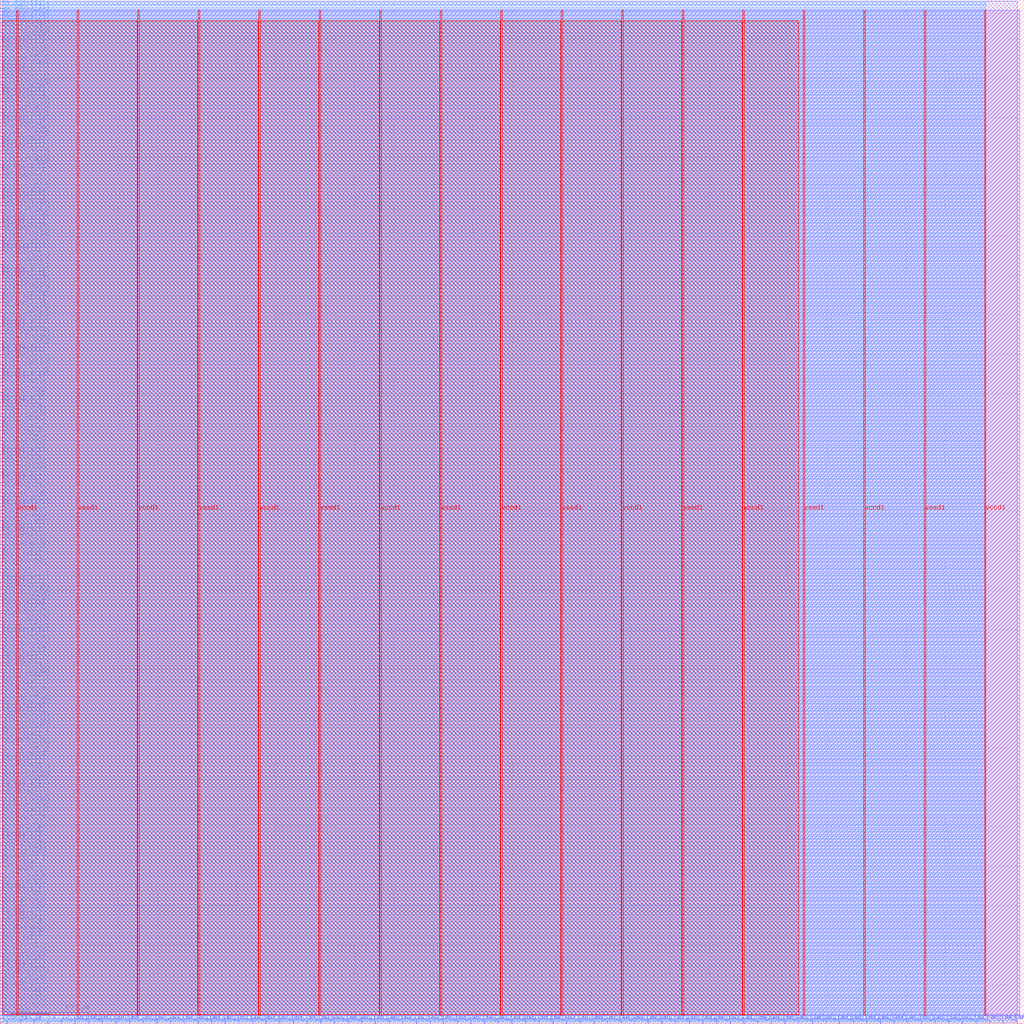
<source format=lef>
VERSION 5.7 ;
  NOWIREEXTENSIONATPIN ON ;
  DIVIDERCHAR "/" ;
  BUSBITCHARS "[]" ;
MACRO c0_system
  CLASS BLOCK ;
  FOREIGN c0_system ;
  ORIGIN 0.000 0.000 ;
  SIZE 1300.000 BY 1300.000 ;
  PIN bb_addr0[0]
    DIRECTION OUTPUT TRISTATE ;
    USE SIGNAL ;
    PORT
      LAYER met3 ;
        RECT 0.000 581.440 4.000 582.040 ;
    END
  END bb_addr0[0]
  PIN bb_addr0[10]
    DIRECTION OUTPUT TRISTATE ;
    USE SIGNAL ;
    PORT
      LAYER met3 ;
        RECT 0.000 818.760 4.000 819.360 ;
    END
  END bb_addr0[10]
  PIN bb_addr0[11]
    DIRECTION OUTPUT TRISTATE ;
    USE SIGNAL ;
    PORT
      LAYER met3 ;
        RECT 0.000 840.520 4.000 841.120 ;
    END
  END bb_addr0[11]
  PIN bb_addr0[12]
    DIRECTION OUTPUT TRISTATE ;
    USE SIGNAL ;
    PORT
      LAYER met3 ;
        RECT 0.000 862.960 4.000 863.560 ;
    END
  END bb_addr0[12]
  PIN bb_addr0[13]
    DIRECTION OUTPUT TRISTATE ;
    USE SIGNAL ;
    PORT
      LAYER met3 ;
        RECT 0.000 884.720 4.000 885.320 ;
    END
  END bb_addr0[13]
  PIN bb_addr0[14]
    DIRECTION OUTPUT TRISTATE ;
    USE SIGNAL ;
    PORT
      LAYER met3 ;
        RECT 0.000 906.480 4.000 907.080 ;
    END
  END bb_addr0[14]
  PIN bb_addr0[15]
    DIRECTION OUTPUT TRISTATE ;
    USE SIGNAL ;
    PORT
      LAYER met3 ;
        RECT 0.000 928.240 4.000 928.840 ;
    END
  END bb_addr0[15]
  PIN bb_addr0[16]
    DIRECTION OUTPUT TRISTATE ;
    USE SIGNAL ;
    PORT
      LAYER met3 ;
        RECT 0.000 950.680 4.000 951.280 ;
    END
  END bb_addr0[16]
  PIN bb_addr0[17]
    DIRECTION OUTPUT TRISTATE ;
    USE SIGNAL ;
    PORT
      LAYER met3 ;
        RECT 0.000 972.440 4.000 973.040 ;
    END
  END bb_addr0[17]
  PIN bb_addr0[18]
    DIRECTION OUTPUT TRISTATE ;
    USE SIGNAL ;
    PORT
      LAYER met3 ;
        RECT 0.000 994.200 4.000 994.800 ;
    END
  END bb_addr0[18]
  PIN bb_addr0[19]
    DIRECTION OUTPUT TRISTATE ;
    USE SIGNAL ;
    PORT
      LAYER met3 ;
        RECT 0.000 1016.640 4.000 1017.240 ;
    END
  END bb_addr0[19]
  PIN bb_addr0[1]
    DIRECTION OUTPUT TRISTATE ;
    USE SIGNAL ;
    PORT
      LAYER met3 ;
        RECT 0.000 607.960 4.000 608.560 ;
    END
  END bb_addr0[1]
  PIN bb_addr0[20]
    DIRECTION OUTPUT TRISTATE ;
    USE SIGNAL ;
    PORT
      LAYER met3 ;
        RECT 0.000 1038.400 4.000 1039.000 ;
    END
  END bb_addr0[20]
  PIN bb_addr0[21]
    DIRECTION OUTPUT TRISTATE ;
    USE SIGNAL ;
    PORT
      LAYER met3 ;
        RECT 0.000 1060.160 4.000 1060.760 ;
    END
  END bb_addr0[21]
  PIN bb_addr0[22]
    DIRECTION OUTPUT TRISTATE ;
    USE SIGNAL ;
    PORT
      LAYER met3 ;
        RECT 0.000 1082.600 4.000 1083.200 ;
    END
  END bb_addr0[22]
  PIN bb_addr0[23]
    DIRECTION OUTPUT TRISTATE ;
    USE SIGNAL ;
    PORT
      LAYER met3 ;
        RECT 0.000 1104.360 4.000 1104.960 ;
    END
  END bb_addr0[23]
  PIN bb_addr0[24]
    DIRECTION OUTPUT TRISTATE ;
    USE SIGNAL ;
    PORT
      LAYER met3 ;
        RECT 0.000 1126.120 4.000 1126.720 ;
    END
  END bb_addr0[24]
  PIN bb_addr0[25]
    DIRECTION OUTPUT TRISTATE ;
    USE SIGNAL ;
    PORT
      LAYER met3 ;
        RECT 0.000 1147.880 4.000 1148.480 ;
    END
  END bb_addr0[25]
  PIN bb_addr0[26]
    DIRECTION OUTPUT TRISTATE ;
    USE SIGNAL ;
    PORT
      LAYER met3 ;
        RECT 0.000 1170.320 4.000 1170.920 ;
    END
  END bb_addr0[26]
  PIN bb_addr0[27]
    DIRECTION OUTPUT TRISTATE ;
    USE SIGNAL ;
    PORT
      LAYER met3 ;
        RECT 0.000 1192.080 4.000 1192.680 ;
    END
  END bb_addr0[27]
  PIN bb_addr0[28]
    DIRECTION OUTPUT TRISTATE ;
    USE SIGNAL ;
    PORT
      LAYER met3 ;
        RECT 0.000 1213.840 4.000 1214.440 ;
    END
  END bb_addr0[28]
  PIN bb_addr0[29]
    DIRECTION OUTPUT TRISTATE ;
    USE SIGNAL ;
    PORT
      LAYER met3 ;
        RECT 0.000 1236.280 4.000 1236.880 ;
    END
  END bb_addr0[29]
  PIN bb_addr0[2]
    DIRECTION OUTPUT TRISTATE ;
    USE SIGNAL ;
    PORT
      LAYER met3 ;
        RECT 0.000 634.480 4.000 635.080 ;
    END
  END bb_addr0[2]
  PIN bb_addr0[30]
    DIRECTION OUTPUT TRISTATE ;
    USE SIGNAL ;
    PORT
      LAYER met3 ;
        RECT 0.000 1258.040 4.000 1258.640 ;
    END
  END bb_addr0[30]
  PIN bb_addr0[31]
    DIRECTION OUTPUT TRISTATE ;
    USE SIGNAL ;
    PORT
      LAYER met3 ;
        RECT 0.000 1279.800 4.000 1280.400 ;
    END
  END bb_addr0[31]
  PIN bb_addr0[3]
    DIRECTION OUTPUT TRISTATE ;
    USE SIGNAL ;
    PORT
      LAYER met3 ;
        RECT 0.000 660.320 4.000 660.920 ;
    END
  END bb_addr0[3]
  PIN bb_addr0[4]
    DIRECTION OUTPUT TRISTATE ;
    USE SIGNAL ;
    PORT
      LAYER met3 ;
        RECT 0.000 686.840 4.000 687.440 ;
    END
  END bb_addr0[4]
  PIN bb_addr0[5]
    DIRECTION OUTPUT TRISTATE ;
    USE SIGNAL ;
    PORT
      LAYER met3 ;
        RECT 0.000 708.600 4.000 709.200 ;
    END
  END bb_addr0[5]
  PIN bb_addr0[6]
    DIRECTION OUTPUT TRISTATE ;
    USE SIGNAL ;
    PORT
      LAYER met3 ;
        RECT 0.000 731.040 4.000 731.640 ;
    END
  END bb_addr0[6]
  PIN bb_addr0[7]
    DIRECTION OUTPUT TRISTATE ;
    USE SIGNAL ;
    PORT
      LAYER met3 ;
        RECT 0.000 752.800 4.000 753.400 ;
    END
  END bb_addr0[7]
  PIN bb_addr0[8]
    DIRECTION OUTPUT TRISTATE ;
    USE SIGNAL ;
    PORT
      LAYER met3 ;
        RECT 0.000 774.560 4.000 775.160 ;
    END
  END bb_addr0[8]
  PIN bb_addr0[9]
    DIRECTION OUTPUT TRISTATE ;
    USE SIGNAL ;
    PORT
      LAYER met3 ;
        RECT 0.000 797.000 4.000 797.600 ;
    END
  END bb_addr0[9]
  PIN bb_addr1[0]
    DIRECTION OUTPUT TRISTATE ;
    USE SIGNAL ;
    PORT
      LAYER met3 ;
        RECT 0.000 586.200 4.000 586.800 ;
    END
  END bb_addr1[0]
  PIN bb_addr1[10]
    DIRECTION OUTPUT TRISTATE ;
    USE SIGNAL ;
    PORT
      LAYER met3 ;
        RECT 0.000 822.840 4.000 823.440 ;
    END
  END bb_addr1[10]
  PIN bb_addr1[11]
    DIRECTION OUTPUT TRISTATE ;
    USE SIGNAL ;
    PORT
      LAYER met3 ;
        RECT 0.000 845.280 4.000 845.880 ;
    END
  END bb_addr1[11]
  PIN bb_addr1[12]
    DIRECTION OUTPUT TRISTATE ;
    USE SIGNAL ;
    PORT
      LAYER met3 ;
        RECT 0.000 867.040 4.000 867.640 ;
    END
  END bb_addr1[12]
  PIN bb_addr1[13]
    DIRECTION OUTPUT TRISTATE ;
    USE SIGNAL ;
    PORT
      LAYER met3 ;
        RECT 0.000 888.800 4.000 889.400 ;
    END
  END bb_addr1[13]
  PIN bb_addr1[14]
    DIRECTION OUTPUT TRISTATE ;
    USE SIGNAL ;
    PORT
      LAYER met3 ;
        RECT 0.000 911.240 4.000 911.840 ;
    END
  END bb_addr1[14]
  PIN bb_addr1[15]
    DIRECTION OUTPUT TRISTATE ;
    USE SIGNAL ;
    PORT
      LAYER met3 ;
        RECT 0.000 933.000 4.000 933.600 ;
    END
  END bb_addr1[15]
  PIN bb_addr1[16]
    DIRECTION OUTPUT TRISTATE ;
    USE SIGNAL ;
    PORT
      LAYER met3 ;
        RECT 0.000 954.760 4.000 955.360 ;
    END
  END bb_addr1[16]
  PIN bb_addr1[17]
    DIRECTION OUTPUT TRISTATE ;
    USE SIGNAL ;
    PORT
      LAYER met3 ;
        RECT 0.000 977.200 4.000 977.800 ;
    END
  END bb_addr1[17]
  PIN bb_addr1[18]
    DIRECTION OUTPUT TRISTATE ;
    USE SIGNAL ;
    PORT
      LAYER met3 ;
        RECT 0.000 998.960 4.000 999.560 ;
    END
  END bb_addr1[18]
  PIN bb_addr1[19]
    DIRECTION OUTPUT TRISTATE ;
    USE SIGNAL ;
    PORT
      LAYER met3 ;
        RECT 0.000 1020.720 4.000 1021.320 ;
    END
  END bb_addr1[19]
  PIN bb_addr1[1]
    DIRECTION OUTPUT TRISTATE ;
    USE SIGNAL ;
    PORT
      LAYER met3 ;
        RECT 0.000 612.040 4.000 612.640 ;
    END
  END bb_addr1[1]
  PIN bb_addr1[20]
    DIRECTION OUTPUT TRISTATE ;
    USE SIGNAL ;
    PORT
      LAYER met3 ;
        RECT 0.000 1042.480 4.000 1043.080 ;
    END
  END bb_addr1[20]
  PIN bb_addr1[21]
    DIRECTION OUTPUT TRISTATE ;
    USE SIGNAL ;
    PORT
      LAYER met3 ;
        RECT 0.000 1064.920 4.000 1065.520 ;
    END
  END bb_addr1[21]
  PIN bb_addr1[22]
    DIRECTION OUTPUT TRISTATE ;
    USE SIGNAL ;
    PORT
      LAYER met3 ;
        RECT 0.000 1086.680 4.000 1087.280 ;
    END
  END bb_addr1[22]
  PIN bb_addr1[23]
    DIRECTION OUTPUT TRISTATE ;
    USE SIGNAL ;
    PORT
      LAYER met3 ;
        RECT 0.000 1108.440 4.000 1109.040 ;
    END
  END bb_addr1[23]
  PIN bb_addr1[24]
    DIRECTION OUTPUT TRISTATE ;
    USE SIGNAL ;
    PORT
      LAYER met3 ;
        RECT 0.000 1130.880 4.000 1131.480 ;
    END
  END bb_addr1[24]
  PIN bb_addr1[25]
    DIRECTION OUTPUT TRISTATE ;
    USE SIGNAL ;
    PORT
      LAYER met3 ;
        RECT 0.000 1152.640 4.000 1153.240 ;
    END
  END bb_addr1[25]
  PIN bb_addr1[26]
    DIRECTION OUTPUT TRISTATE ;
    USE SIGNAL ;
    PORT
      LAYER met3 ;
        RECT 0.000 1174.400 4.000 1175.000 ;
    END
  END bb_addr1[26]
  PIN bb_addr1[27]
    DIRECTION OUTPUT TRISTATE ;
    USE SIGNAL ;
    PORT
      LAYER met3 ;
        RECT 0.000 1196.160 4.000 1196.760 ;
    END
  END bb_addr1[27]
  PIN bb_addr1[28]
    DIRECTION OUTPUT TRISTATE ;
    USE SIGNAL ;
    PORT
      LAYER met3 ;
        RECT 0.000 1218.600 4.000 1219.200 ;
    END
  END bb_addr1[28]
  PIN bb_addr1[29]
    DIRECTION OUTPUT TRISTATE ;
    USE SIGNAL ;
    PORT
      LAYER met3 ;
        RECT 0.000 1240.360 4.000 1240.960 ;
    END
  END bb_addr1[29]
  PIN bb_addr1[2]
    DIRECTION OUTPUT TRISTATE ;
    USE SIGNAL ;
    PORT
      LAYER met3 ;
        RECT 0.000 638.560 4.000 639.160 ;
    END
  END bb_addr1[2]
  PIN bb_addr1[30]
    DIRECTION OUTPUT TRISTATE ;
    USE SIGNAL ;
    PORT
      LAYER met3 ;
        RECT 0.000 1262.120 4.000 1262.720 ;
    END
  END bb_addr1[30]
  PIN bb_addr1[31]
    DIRECTION OUTPUT TRISTATE ;
    USE SIGNAL ;
    PORT
      LAYER met3 ;
        RECT 0.000 1284.560 4.000 1285.160 ;
    END
  END bb_addr1[31]
  PIN bb_addr1[3]
    DIRECTION OUTPUT TRISTATE ;
    USE SIGNAL ;
    PORT
      LAYER met3 ;
        RECT 0.000 665.080 4.000 665.680 ;
    END
  END bb_addr1[3]
  PIN bb_addr1[4]
    DIRECTION OUTPUT TRISTATE ;
    USE SIGNAL ;
    PORT
      LAYER met3 ;
        RECT 0.000 691.600 4.000 692.200 ;
    END
  END bb_addr1[4]
  PIN bb_addr1[5]
    DIRECTION OUTPUT TRISTATE ;
    USE SIGNAL ;
    PORT
      LAYER met3 ;
        RECT 0.000 713.360 4.000 713.960 ;
    END
  END bb_addr1[5]
  PIN bb_addr1[6]
    DIRECTION OUTPUT TRISTATE ;
    USE SIGNAL ;
    PORT
      LAYER met3 ;
        RECT 0.000 735.120 4.000 735.720 ;
    END
  END bb_addr1[6]
  PIN bb_addr1[7]
    DIRECTION OUTPUT TRISTATE ;
    USE SIGNAL ;
    PORT
      LAYER met3 ;
        RECT 0.000 757.560 4.000 758.160 ;
    END
  END bb_addr1[7]
  PIN bb_addr1[8]
    DIRECTION OUTPUT TRISTATE ;
    USE SIGNAL ;
    PORT
      LAYER met3 ;
        RECT 0.000 779.320 4.000 779.920 ;
    END
  END bb_addr1[8]
  PIN bb_addr1[9]
    DIRECTION OUTPUT TRISTATE ;
    USE SIGNAL ;
    PORT
      LAYER met3 ;
        RECT 0.000 801.080 4.000 801.680 ;
    END
  END bb_addr1[9]
  PIN bb_csb0
    DIRECTION OUTPUT TRISTATE ;
    USE SIGNAL ;
    PORT
      LAYER met3 ;
        RECT 0.000 568.520 4.000 569.120 ;
    END
  END bb_csb0
  PIN bb_csb1
    DIRECTION OUTPUT TRISTATE ;
    USE SIGNAL ;
    PORT
      LAYER met3 ;
        RECT 0.000 572.600 4.000 573.200 ;
    END
  END bb_csb1
  PIN bb_din0[0]
    DIRECTION OUTPUT TRISTATE ;
    USE SIGNAL ;
    PORT
      LAYER met3 ;
        RECT 0.000 590.280 4.000 590.880 ;
    END
  END bb_din0[0]
  PIN bb_din0[10]
    DIRECTION OUTPUT TRISTATE ;
    USE SIGNAL ;
    PORT
      LAYER met3 ;
        RECT 0.000 827.600 4.000 828.200 ;
    END
  END bb_din0[10]
  PIN bb_din0[11]
    DIRECTION OUTPUT TRISTATE ;
    USE SIGNAL ;
    PORT
      LAYER met3 ;
        RECT 0.000 849.360 4.000 849.960 ;
    END
  END bb_din0[11]
  PIN bb_din0[12]
    DIRECTION OUTPUT TRISTATE ;
    USE SIGNAL ;
    PORT
      LAYER met3 ;
        RECT 0.000 871.120 4.000 871.720 ;
    END
  END bb_din0[12]
  PIN bb_din0[13]
    DIRECTION OUTPUT TRISTATE ;
    USE SIGNAL ;
    PORT
      LAYER met3 ;
        RECT 0.000 893.560 4.000 894.160 ;
    END
  END bb_din0[13]
  PIN bb_din0[14]
    DIRECTION OUTPUT TRISTATE ;
    USE SIGNAL ;
    PORT
      LAYER met3 ;
        RECT 0.000 915.320 4.000 915.920 ;
    END
  END bb_din0[14]
  PIN bb_din0[15]
    DIRECTION OUTPUT TRISTATE ;
    USE SIGNAL ;
    PORT
      LAYER met3 ;
        RECT 0.000 937.080 4.000 937.680 ;
    END
  END bb_din0[15]
  PIN bb_din0[16]
    DIRECTION OUTPUT TRISTATE ;
    USE SIGNAL ;
    PORT
      LAYER met3 ;
        RECT 0.000 959.520 4.000 960.120 ;
    END
  END bb_din0[16]
  PIN bb_din0[17]
    DIRECTION OUTPUT TRISTATE ;
    USE SIGNAL ;
    PORT
      LAYER met3 ;
        RECT 0.000 981.280 4.000 981.880 ;
    END
  END bb_din0[17]
  PIN bb_din0[18]
    DIRECTION OUTPUT TRISTATE ;
    USE SIGNAL ;
    PORT
      LAYER met3 ;
        RECT 0.000 1003.040 4.000 1003.640 ;
    END
  END bb_din0[18]
  PIN bb_din0[19]
    DIRECTION OUTPUT TRISTATE ;
    USE SIGNAL ;
    PORT
      LAYER met3 ;
        RECT 0.000 1025.480 4.000 1026.080 ;
    END
  END bb_din0[19]
  PIN bb_din0[1]
    DIRECTION OUTPUT TRISTATE ;
    USE SIGNAL ;
    PORT
      LAYER met3 ;
        RECT 0.000 616.800 4.000 617.400 ;
    END
  END bb_din0[1]
  PIN bb_din0[20]
    DIRECTION OUTPUT TRISTATE ;
    USE SIGNAL ;
    PORT
      LAYER met3 ;
        RECT 0.000 1047.240 4.000 1047.840 ;
    END
  END bb_din0[20]
  PIN bb_din0[21]
    DIRECTION OUTPUT TRISTATE ;
    USE SIGNAL ;
    PORT
      LAYER met3 ;
        RECT 0.000 1069.000 4.000 1069.600 ;
    END
  END bb_din0[21]
  PIN bb_din0[22]
    DIRECTION OUTPUT TRISTATE ;
    USE SIGNAL ;
    PORT
      LAYER met3 ;
        RECT 0.000 1090.760 4.000 1091.360 ;
    END
  END bb_din0[22]
  PIN bb_din0[23]
    DIRECTION OUTPUT TRISTATE ;
    USE SIGNAL ;
    PORT
      LAYER met3 ;
        RECT 0.000 1113.200 4.000 1113.800 ;
    END
  END bb_din0[23]
  PIN bb_din0[24]
    DIRECTION OUTPUT TRISTATE ;
    USE SIGNAL ;
    PORT
      LAYER met3 ;
        RECT 0.000 1134.960 4.000 1135.560 ;
    END
  END bb_din0[24]
  PIN bb_din0[25]
    DIRECTION OUTPUT TRISTATE ;
    USE SIGNAL ;
    PORT
      LAYER met3 ;
        RECT 0.000 1156.720 4.000 1157.320 ;
    END
  END bb_din0[25]
  PIN bb_din0[26]
    DIRECTION OUTPUT TRISTATE ;
    USE SIGNAL ;
    PORT
      LAYER met3 ;
        RECT 0.000 1179.160 4.000 1179.760 ;
    END
  END bb_din0[26]
  PIN bb_din0[27]
    DIRECTION OUTPUT TRISTATE ;
    USE SIGNAL ;
    PORT
      LAYER met3 ;
        RECT 0.000 1200.920 4.000 1201.520 ;
    END
  END bb_din0[27]
  PIN bb_din0[28]
    DIRECTION OUTPUT TRISTATE ;
    USE SIGNAL ;
    PORT
      LAYER met3 ;
        RECT 0.000 1222.680 4.000 1223.280 ;
    END
  END bb_din0[28]
  PIN bb_din0[29]
    DIRECTION OUTPUT TRISTATE ;
    USE SIGNAL ;
    PORT
      LAYER met3 ;
        RECT 0.000 1245.120 4.000 1245.720 ;
    END
  END bb_din0[29]
  PIN bb_din0[2]
    DIRECTION OUTPUT TRISTATE ;
    USE SIGNAL ;
    PORT
      LAYER met3 ;
        RECT 0.000 643.320 4.000 643.920 ;
    END
  END bb_din0[2]
  PIN bb_din0[30]
    DIRECTION OUTPUT TRISTATE ;
    USE SIGNAL ;
    PORT
      LAYER met3 ;
        RECT 0.000 1266.880 4.000 1267.480 ;
    END
  END bb_din0[30]
  PIN bb_din0[31]
    DIRECTION OUTPUT TRISTATE ;
    USE SIGNAL ;
    PORT
      LAYER met3 ;
        RECT 0.000 1288.640 4.000 1289.240 ;
    END
  END bb_din0[31]
  PIN bb_din0[3]
    DIRECTION OUTPUT TRISTATE ;
    USE SIGNAL ;
    PORT
      LAYER met3 ;
        RECT 0.000 669.160 4.000 669.760 ;
    END
  END bb_din0[3]
  PIN bb_din0[4]
    DIRECTION OUTPUT TRISTATE ;
    USE SIGNAL ;
    PORT
      LAYER met3 ;
        RECT 0.000 695.680 4.000 696.280 ;
    END
  END bb_din0[4]
  PIN bb_din0[5]
    DIRECTION OUTPUT TRISTATE ;
    USE SIGNAL ;
    PORT
      LAYER met3 ;
        RECT 0.000 717.440 4.000 718.040 ;
    END
  END bb_din0[5]
  PIN bb_din0[6]
    DIRECTION OUTPUT TRISTATE ;
    USE SIGNAL ;
    PORT
      LAYER met3 ;
        RECT 0.000 739.880 4.000 740.480 ;
    END
  END bb_din0[6]
  PIN bb_din0[7]
    DIRECTION OUTPUT TRISTATE ;
    USE SIGNAL ;
    PORT
      LAYER met3 ;
        RECT 0.000 761.640 4.000 762.240 ;
    END
  END bb_din0[7]
  PIN bb_din0[8]
    DIRECTION OUTPUT TRISTATE ;
    USE SIGNAL ;
    PORT
      LAYER met3 ;
        RECT 0.000 783.400 4.000 784.000 ;
    END
  END bb_din0[8]
  PIN bb_din0[9]
    DIRECTION OUTPUT TRISTATE ;
    USE SIGNAL ;
    PORT
      LAYER met3 ;
        RECT 0.000 805.840 4.000 806.440 ;
    END
  END bb_din0[9]
  PIN bb_dout0[0]
    DIRECTION INPUT ;
    USE SIGNAL ;
    PORT
      LAYER met3 ;
        RECT 0.000 595.040 4.000 595.640 ;
    END
  END bb_dout0[0]
  PIN bb_dout0[10]
    DIRECTION INPUT ;
    USE SIGNAL ;
    PORT
      LAYER met3 ;
        RECT 0.000 831.680 4.000 832.280 ;
    END
  END bb_dout0[10]
  PIN bb_dout0[11]
    DIRECTION INPUT ;
    USE SIGNAL ;
    PORT
      LAYER met3 ;
        RECT 0.000 854.120 4.000 854.720 ;
    END
  END bb_dout0[11]
  PIN bb_dout0[12]
    DIRECTION INPUT ;
    USE SIGNAL ;
    PORT
      LAYER met3 ;
        RECT 0.000 875.880 4.000 876.480 ;
    END
  END bb_dout0[12]
  PIN bb_dout0[13]
    DIRECTION INPUT ;
    USE SIGNAL ;
    PORT
      LAYER met3 ;
        RECT 0.000 897.640 4.000 898.240 ;
    END
  END bb_dout0[13]
  PIN bb_dout0[14]
    DIRECTION INPUT ;
    USE SIGNAL ;
    PORT
      LAYER met3 ;
        RECT 0.000 920.080 4.000 920.680 ;
    END
  END bb_dout0[14]
  PIN bb_dout0[15]
    DIRECTION INPUT ;
    USE SIGNAL ;
    PORT
      LAYER met3 ;
        RECT 0.000 941.840 4.000 942.440 ;
    END
  END bb_dout0[15]
  PIN bb_dout0[16]
    DIRECTION INPUT ;
    USE SIGNAL ;
    PORT
      LAYER met3 ;
        RECT 0.000 963.600 4.000 964.200 ;
    END
  END bb_dout0[16]
  PIN bb_dout0[17]
    DIRECTION INPUT ;
    USE SIGNAL ;
    PORT
      LAYER met3 ;
        RECT 0.000 985.360 4.000 985.960 ;
    END
  END bb_dout0[17]
  PIN bb_dout0[18]
    DIRECTION INPUT ;
    USE SIGNAL ;
    PORT
      LAYER met3 ;
        RECT 0.000 1007.800 4.000 1008.400 ;
    END
  END bb_dout0[18]
  PIN bb_dout0[19]
    DIRECTION INPUT ;
    USE SIGNAL ;
    PORT
      LAYER met3 ;
        RECT 0.000 1029.560 4.000 1030.160 ;
    END
  END bb_dout0[19]
  PIN bb_dout0[1]
    DIRECTION INPUT ;
    USE SIGNAL ;
    PORT
      LAYER met3 ;
        RECT 0.000 620.880 4.000 621.480 ;
    END
  END bb_dout0[1]
  PIN bb_dout0[20]
    DIRECTION INPUT ;
    USE SIGNAL ;
    PORT
      LAYER met3 ;
        RECT 0.000 1051.320 4.000 1051.920 ;
    END
  END bb_dout0[20]
  PIN bb_dout0[21]
    DIRECTION INPUT ;
    USE SIGNAL ;
    PORT
      LAYER met3 ;
        RECT 0.000 1073.760 4.000 1074.360 ;
    END
  END bb_dout0[21]
  PIN bb_dout0[22]
    DIRECTION INPUT ;
    USE SIGNAL ;
    PORT
      LAYER met3 ;
        RECT 0.000 1095.520 4.000 1096.120 ;
    END
  END bb_dout0[22]
  PIN bb_dout0[23]
    DIRECTION INPUT ;
    USE SIGNAL ;
    PORT
      LAYER met3 ;
        RECT 0.000 1117.280 4.000 1117.880 ;
    END
  END bb_dout0[23]
  PIN bb_dout0[24]
    DIRECTION INPUT ;
    USE SIGNAL ;
    PORT
      LAYER met3 ;
        RECT 0.000 1139.720 4.000 1140.320 ;
    END
  END bb_dout0[24]
  PIN bb_dout0[25]
    DIRECTION INPUT ;
    USE SIGNAL ;
    PORT
      LAYER met3 ;
        RECT 0.000 1161.480 4.000 1162.080 ;
    END
  END bb_dout0[25]
  PIN bb_dout0[26]
    DIRECTION INPUT ;
    USE SIGNAL ;
    PORT
      LAYER met3 ;
        RECT 0.000 1183.240 4.000 1183.840 ;
    END
  END bb_dout0[26]
  PIN bb_dout0[27]
    DIRECTION INPUT ;
    USE SIGNAL ;
    PORT
      LAYER met3 ;
        RECT 0.000 1205.000 4.000 1205.600 ;
    END
  END bb_dout0[27]
  PIN bb_dout0[28]
    DIRECTION INPUT ;
    USE SIGNAL ;
    PORT
      LAYER met3 ;
        RECT 0.000 1227.440 4.000 1228.040 ;
    END
  END bb_dout0[28]
  PIN bb_dout0[29]
    DIRECTION INPUT ;
    USE SIGNAL ;
    PORT
      LAYER met3 ;
        RECT 0.000 1249.200 4.000 1249.800 ;
    END
  END bb_dout0[29]
  PIN bb_dout0[2]
    DIRECTION INPUT ;
    USE SIGNAL ;
    PORT
      LAYER met3 ;
        RECT 0.000 647.400 4.000 648.000 ;
    END
  END bb_dout0[2]
  PIN bb_dout0[30]
    DIRECTION INPUT ;
    USE SIGNAL ;
    PORT
      LAYER met3 ;
        RECT 0.000 1270.960 4.000 1271.560 ;
    END
  END bb_dout0[30]
  PIN bb_dout0[31]
    DIRECTION INPUT ;
    USE SIGNAL ;
    PORT
      LAYER met3 ;
        RECT 0.000 1293.400 4.000 1294.000 ;
    END
  END bb_dout0[31]
  PIN bb_dout0[3]
    DIRECTION INPUT ;
    USE SIGNAL ;
    PORT
      LAYER met3 ;
        RECT 0.000 673.920 4.000 674.520 ;
    END
  END bb_dout0[3]
  PIN bb_dout0[4]
    DIRECTION INPUT ;
    USE SIGNAL ;
    PORT
      LAYER met3 ;
        RECT 0.000 700.440 4.000 701.040 ;
    END
  END bb_dout0[4]
  PIN bb_dout0[5]
    DIRECTION INPUT ;
    USE SIGNAL ;
    PORT
      LAYER met3 ;
        RECT 0.000 722.200 4.000 722.800 ;
    END
  END bb_dout0[5]
  PIN bb_dout0[6]
    DIRECTION INPUT ;
    USE SIGNAL ;
    PORT
      LAYER met3 ;
        RECT 0.000 743.960 4.000 744.560 ;
    END
  END bb_dout0[6]
  PIN bb_dout0[7]
    DIRECTION INPUT ;
    USE SIGNAL ;
    PORT
      LAYER met3 ;
        RECT 0.000 765.720 4.000 766.320 ;
    END
  END bb_dout0[7]
  PIN bb_dout0[8]
    DIRECTION INPUT ;
    USE SIGNAL ;
    PORT
      LAYER met3 ;
        RECT 0.000 788.160 4.000 788.760 ;
    END
  END bb_dout0[8]
  PIN bb_dout0[9]
    DIRECTION INPUT ;
    USE SIGNAL ;
    PORT
      LAYER met3 ;
        RECT 0.000 809.920 4.000 810.520 ;
    END
  END bb_dout0[9]
  PIN bb_dout1[0]
    DIRECTION INPUT ;
    USE SIGNAL ;
    PORT
      LAYER met3 ;
        RECT 0.000 599.120 4.000 599.720 ;
    END
  END bb_dout1[0]
  PIN bb_dout1[10]
    DIRECTION INPUT ;
    USE SIGNAL ;
    PORT
      LAYER met3 ;
        RECT 0.000 836.440 4.000 837.040 ;
    END
  END bb_dout1[10]
  PIN bb_dout1[11]
    DIRECTION INPUT ;
    USE SIGNAL ;
    PORT
      LAYER met3 ;
        RECT 0.000 858.200 4.000 858.800 ;
    END
  END bb_dout1[11]
  PIN bb_dout1[12]
    DIRECTION INPUT ;
    USE SIGNAL ;
    PORT
      LAYER met3 ;
        RECT 0.000 879.960 4.000 880.560 ;
    END
  END bb_dout1[12]
  PIN bb_dout1[13]
    DIRECTION INPUT ;
    USE SIGNAL ;
    PORT
      LAYER met3 ;
        RECT 0.000 902.400 4.000 903.000 ;
    END
  END bb_dout1[13]
  PIN bb_dout1[14]
    DIRECTION INPUT ;
    USE SIGNAL ;
    PORT
      LAYER met3 ;
        RECT 0.000 924.160 4.000 924.760 ;
    END
  END bb_dout1[14]
  PIN bb_dout1[15]
    DIRECTION INPUT ;
    USE SIGNAL ;
    PORT
      LAYER met3 ;
        RECT 0.000 945.920 4.000 946.520 ;
    END
  END bb_dout1[15]
  PIN bb_dout1[16]
    DIRECTION INPUT ;
    USE SIGNAL ;
    PORT
      LAYER met3 ;
        RECT 0.000 968.360 4.000 968.960 ;
    END
  END bb_dout1[16]
  PIN bb_dout1[17]
    DIRECTION INPUT ;
    USE SIGNAL ;
    PORT
      LAYER met3 ;
        RECT 0.000 990.120 4.000 990.720 ;
    END
  END bb_dout1[17]
  PIN bb_dout1[18]
    DIRECTION INPUT ;
    USE SIGNAL ;
    PORT
      LAYER met3 ;
        RECT 0.000 1011.880 4.000 1012.480 ;
    END
  END bb_dout1[18]
  PIN bb_dout1[19]
    DIRECTION INPUT ;
    USE SIGNAL ;
    PORT
      LAYER met3 ;
        RECT 0.000 1033.640 4.000 1034.240 ;
    END
  END bb_dout1[19]
  PIN bb_dout1[1]
    DIRECTION INPUT ;
    USE SIGNAL ;
    PORT
      LAYER met3 ;
        RECT 0.000 625.640 4.000 626.240 ;
    END
  END bb_dout1[1]
  PIN bb_dout1[20]
    DIRECTION INPUT ;
    USE SIGNAL ;
    PORT
      LAYER met3 ;
        RECT 0.000 1056.080 4.000 1056.680 ;
    END
  END bb_dout1[20]
  PIN bb_dout1[21]
    DIRECTION INPUT ;
    USE SIGNAL ;
    PORT
      LAYER met3 ;
        RECT 0.000 1077.840 4.000 1078.440 ;
    END
  END bb_dout1[21]
  PIN bb_dout1[22]
    DIRECTION INPUT ;
    USE SIGNAL ;
    PORT
      LAYER met3 ;
        RECT 0.000 1099.600 4.000 1100.200 ;
    END
  END bb_dout1[22]
  PIN bb_dout1[23]
    DIRECTION INPUT ;
    USE SIGNAL ;
    PORT
      LAYER met3 ;
        RECT 0.000 1122.040 4.000 1122.640 ;
    END
  END bb_dout1[23]
  PIN bb_dout1[24]
    DIRECTION INPUT ;
    USE SIGNAL ;
    PORT
      LAYER met3 ;
        RECT 0.000 1143.800 4.000 1144.400 ;
    END
  END bb_dout1[24]
  PIN bb_dout1[25]
    DIRECTION INPUT ;
    USE SIGNAL ;
    PORT
      LAYER met3 ;
        RECT 0.000 1165.560 4.000 1166.160 ;
    END
  END bb_dout1[25]
  PIN bb_dout1[26]
    DIRECTION INPUT ;
    USE SIGNAL ;
    PORT
      LAYER met3 ;
        RECT 0.000 1188.000 4.000 1188.600 ;
    END
  END bb_dout1[26]
  PIN bb_dout1[27]
    DIRECTION INPUT ;
    USE SIGNAL ;
    PORT
      LAYER met3 ;
        RECT 0.000 1209.760 4.000 1210.360 ;
    END
  END bb_dout1[27]
  PIN bb_dout1[28]
    DIRECTION INPUT ;
    USE SIGNAL ;
    PORT
      LAYER met3 ;
        RECT 0.000 1231.520 4.000 1232.120 ;
    END
  END bb_dout1[28]
  PIN bb_dout1[29]
    DIRECTION INPUT ;
    USE SIGNAL ;
    PORT
      LAYER met3 ;
        RECT 0.000 1253.280 4.000 1253.880 ;
    END
  END bb_dout1[29]
  PIN bb_dout1[2]
    DIRECTION INPUT ;
    USE SIGNAL ;
    PORT
      LAYER met3 ;
        RECT 0.000 652.160 4.000 652.760 ;
    END
  END bb_dout1[2]
  PIN bb_dout1[30]
    DIRECTION INPUT ;
    USE SIGNAL ;
    PORT
      LAYER met3 ;
        RECT 0.000 1275.720 4.000 1276.320 ;
    END
  END bb_dout1[30]
  PIN bb_dout1[31]
    DIRECTION INPUT ;
    USE SIGNAL ;
    PORT
      LAYER met3 ;
        RECT 0.000 1297.480 4.000 1298.080 ;
    END
  END bb_dout1[31]
  PIN bb_dout1[3]
    DIRECTION INPUT ;
    USE SIGNAL ;
    PORT
      LAYER met3 ;
        RECT 0.000 678.000 4.000 678.600 ;
    END
  END bb_dout1[3]
  PIN bb_dout1[4]
    DIRECTION INPUT ;
    USE SIGNAL ;
    PORT
      LAYER met3 ;
        RECT 0.000 704.520 4.000 705.120 ;
    END
  END bb_dout1[4]
  PIN bb_dout1[5]
    DIRECTION INPUT ;
    USE SIGNAL ;
    PORT
      LAYER met3 ;
        RECT 0.000 726.280 4.000 726.880 ;
    END
  END bb_dout1[5]
  PIN bb_dout1[6]
    DIRECTION INPUT ;
    USE SIGNAL ;
    PORT
      LAYER met3 ;
        RECT 0.000 748.720 4.000 749.320 ;
    END
  END bb_dout1[6]
  PIN bb_dout1[7]
    DIRECTION INPUT ;
    USE SIGNAL ;
    PORT
      LAYER met3 ;
        RECT 0.000 770.480 4.000 771.080 ;
    END
  END bb_dout1[7]
  PIN bb_dout1[8]
    DIRECTION INPUT ;
    USE SIGNAL ;
    PORT
      LAYER met3 ;
        RECT 0.000 792.240 4.000 792.840 ;
    END
  END bb_dout1[8]
  PIN bb_dout1[9]
    DIRECTION INPUT ;
    USE SIGNAL ;
    PORT
      LAYER met3 ;
        RECT 0.000 814.680 4.000 815.280 ;
    END
  END bb_dout1[9]
  PIN bb_web0
    DIRECTION OUTPUT TRISTATE ;
    USE SIGNAL ;
    PORT
      LAYER met3 ;
        RECT 0.000 577.360 4.000 577.960 ;
    END
  END bb_web0
  PIN bb_wmask0[0]
    DIRECTION OUTPUT TRISTATE ;
    USE SIGNAL ;
    PORT
      LAYER met3 ;
        RECT 0.000 603.200 4.000 603.800 ;
    END
  END bb_wmask0[0]
  PIN bb_wmask0[1]
    DIRECTION OUTPUT TRISTATE ;
    USE SIGNAL ;
    PORT
      LAYER met3 ;
        RECT 0.000 629.720 4.000 630.320 ;
    END
  END bb_wmask0[1]
  PIN bb_wmask0[2]
    DIRECTION OUTPUT TRISTATE ;
    USE SIGNAL ;
    PORT
      LAYER met3 ;
        RECT 0.000 656.240 4.000 656.840 ;
    END
  END bb_wmask0[2]
  PIN bb_wmask0[3]
    DIRECTION OUTPUT TRISTATE ;
    USE SIGNAL ;
    PORT
      LAYER met3 ;
        RECT 0.000 682.760 4.000 683.360 ;
    END
  END bb_wmask0[3]
  PIN clk_g
    DIRECTION INPUT ;
    USE SIGNAL ;
    PORT
      LAYER met2 ;
        RECT 8.370 0.000 8.650 4.000 ;
    END
  END clk_g
  PIN io_gecerli
    DIRECTION OUTPUT TRISTATE ;
    USE SIGNAL ;
    PORT
      LAYER met2 ;
        RECT 77.370 0.000 77.650 4.000 ;
    END
  END io_gecerli
  PIN io_oeb[0]
    DIRECTION OUTPUT TRISTATE ;
    USE SIGNAL ;
    PORT
      LAYER met2 ;
        RECT 94.850 0.000 95.130 4.000 ;
    END
  END io_oeb[0]
  PIN io_oeb[10]
    DIRECTION OUTPUT TRISTATE ;
    USE SIGNAL ;
    PORT
      LAYER met2 ;
        RECT 441.690 0.000 441.970 4.000 ;
    END
  END io_oeb[10]
  PIN io_oeb[11]
    DIRECTION OUTPUT TRISTATE ;
    USE SIGNAL ;
    PORT
      LAYER met2 ;
        RECT 476.190 0.000 476.470 4.000 ;
    END
  END io_oeb[11]
  PIN io_oeb[12]
    DIRECTION OUTPUT TRISTATE ;
    USE SIGNAL ;
    PORT
      LAYER met2 ;
        RECT 510.690 0.000 510.970 4.000 ;
    END
  END io_oeb[12]
  PIN io_oeb[13]
    DIRECTION OUTPUT TRISTATE ;
    USE SIGNAL ;
    PORT
      LAYER met2 ;
        RECT 545.650 0.000 545.930 4.000 ;
    END
  END io_oeb[13]
  PIN io_oeb[14]
    DIRECTION OUTPUT TRISTATE ;
    USE SIGNAL ;
    PORT
      LAYER met2 ;
        RECT 580.150 0.000 580.430 4.000 ;
    END
  END io_oeb[14]
  PIN io_oeb[15]
    DIRECTION OUTPUT TRISTATE ;
    USE SIGNAL ;
    PORT
      LAYER met2 ;
        RECT 614.650 0.000 614.930 4.000 ;
    END
  END io_oeb[15]
  PIN io_oeb[16]
    DIRECTION OUTPUT TRISTATE ;
    USE SIGNAL ;
    PORT
      LAYER met2 ;
        RECT 649.610 0.000 649.890 4.000 ;
    END
  END io_oeb[16]
  PIN io_oeb[17]
    DIRECTION OUTPUT TRISTATE ;
    USE SIGNAL ;
    PORT
      LAYER met2 ;
        RECT 684.110 0.000 684.390 4.000 ;
    END
  END io_oeb[17]
  PIN io_oeb[18]
    DIRECTION OUTPUT TRISTATE ;
    USE SIGNAL ;
    PORT
      LAYER met2 ;
        RECT 718.610 0.000 718.890 4.000 ;
    END
  END io_oeb[18]
  PIN io_oeb[19]
    DIRECTION OUTPUT TRISTATE ;
    USE SIGNAL ;
    PORT
      LAYER met2 ;
        RECT 753.570 0.000 753.850 4.000 ;
    END
  END io_oeb[19]
  PIN io_oeb[1]
    DIRECTION OUTPUT TRISTATE ;
    USE SIGNAL ;
    PORT
      LAYER met2 ;
        RECT 129.350 0.000 129.630 4.000 ;
    END
  END io_oeb[1]
  PIN io_oeb[20]
    DIRECTION OUTPUT TRISTATE ;
    USE SIGNAL ;
    PORT
      LAYER met2 ;
        RECT 788.070 0.000 788.350 4.000 ;
    END
  END io_oeb[20]
  PIN io_oeb[21]
    DIRECTION OUTPUT TRISTATE ;
    USE SIGNAL ;
    PORT
      LAYER met2 ;
        RECT 822.570 0.000 822.850 4.000 ;
    END
  END io_oeb[21]
  PIN io_oeb[22]
    DIRECTION OUTPUT TRISTATE ;
    USE SIGNAL ;
    PORT
      LAYER met2 ;
        RECT 857.530 0.000 857.810 4.000 ;
    END
  END io_oeb[22]
  PIN io_oeb[23]
    DIRECTION OUTPUT TRISTATE ;
    USE SIGNAL ;
    PORT
      LAYER met2 ;
        RECT 892.030 0.000 892.310 4.000 ;
    END
  END io_oeb[23]
  PIN io_oeb[24]
    DIRECTION OUTPUT TRISTATE ;
    USE SIGNAL ;
    PORT
      LAYER met2 ;
        RECT 926.990 0.000 927.270 4.000 ;
    END
  END io_oeb[24]
  PIN io_oeb[25]
    DIRECTION OUTPUT TRISTATE ;
    USE SIGNAL ;
    PORT
      LAYER met2 ;
        RECT 961.490 0.000 961.770 4.000 ;
    END
  END io_oeb[25]
  PIN io_oeb[26]
    DIRECTION OUTPUT TRISTATE ;
    USE SIGNAL ;
    PORT
      LAYER met2 ;
        RECT 995.990 0.000 996.270 4.000 ;
    END
  END io_oeb[26]
  PIN io_oeb[27]
    DIRECTION OUTPUT TRISTATE ;
    USE SIGNAL ;
    PORT
      LAYER met2 ;
        RECT 1030.950 0.000 1031.230 4.000 ;
    END
  END io_oeb[27]
  PIN io_oeb[28]
    DIRECTION OUTPUT TRISTATE ;
    USE SIGNAL ;
    PORT
      LAYER met2 ;
        RECT 1065.450 0.000 1065.730 4.000 ;
    END
  END io_oeb[28]
  PIN io_oeb[29]
    DIRECTION OUTPUT TRISTATE ;
    USE SIGNAL ;
    PORT
      LAYER met2 ;
        RECT 1099.950 0.000 1100.230 4.000 ;
    END
  END io_oeb[29]
  PIN io_oeb[2]
    DIRECTION OUTPUT TRISTATE ;
    USE SIGNAL ;
    PORT
      LAYER met2 ;
        RECT 164.310 0.000 164.590 4.000 ;
    END
  END io_oeb[2]
  PIN io_oeb[30]
    DIRECTION OUTPUT TRISTATE ;
    USE SIGNAL ;
    PORT
      LAYER met2 ;
        RECT 1134.910 0.000 1135.190 4.000 ;
    END
  END io_oeb[30]
  PIN io_oeb[31]
    DIRECTION OUTPUT TRISTATE ;
    USE SIGNAL ;
    PORT
      LAYER met2 ;
        RECT 1169.410 0.000 1169.690 4.000 ;
    END
  END io_oeb[31]
  PIN io_oeb[32]
    DIRECTION OUTPUT TRISTATE ;
    USE SIGNAL ;
    PORT
      LAYER met2 ;
        RECT 1203.910 0.000 1204.190 4.000 ;
    END
  END io_oeb[32]
  PIN io_oeb[33]
    DIRECTION OUTPUT TRISTATE ;
    USE SIGNAL ;
    PORT
      LAYER met2 ;
        RECT 1221.390 0.000 1221.670 4.000 ;
    END
  END io_oeb[33]
  PIN io_oeb[34]
    DIRECTION OUTPUT TRISTATE ;
    USE SIGNAL ;
    PORT
      LAYER met2 ;
        RECT 1238.870 0.000 1239.150 4.000 ;
    END
  END io_oeb[34]
  PIN io_oeb[35]
    DIRECTION OUTPUT TRISTATE ;
    USE SIGNAL ;
    PORT
      LAYER met2 ;
        RECT 1255.890 0.000 1256.170 4.000 ;
    END
  END io_oeb[35]
  PIN io_oeb[36]
    DIRECTION OUTPUT TRISTATE ;
    USE SIGNAL ;
    PORT
      LAYER met2 ;
        RECT 1273.370 0.000 1273.650 4.000 ;
    END
  END io_oeb[36]
  PIN io_oeb[37]
    DIRECTION OUTPUT TRISTATE ;
    USE SIGNAL ;
    PORT
      LAYER met2 ;
        RECT 1290.850 0.000 1291.130 4.000 ;
    END
  END io_oeb[37]
  PIN io_oeb[3]
    DIRECTION OUTPUT TRISTATE ;
    USE SIGNAL ;
    PORT
      LAYER met2 ;
        RECT 198.810 0.000 199.090 4.000 ;
    END
  END io_oeb[3]
  PIN io_oeb[4]
    DIRECTION OUTPUT TRISTATE ;
    USE SIGNAL ;
    PORT
      LAYER met2 ;
        RECT 233.310 0.000 233.590 4.000 ;
    END
  END io_oeb[4]
  PIN io_oeb[5]
    DIRECTION OUTPUT TRISTATE ;
    USE SIGNAL ;
    PORT
      LAYER met2 ;
        RECT 268.270 0.000 268.550 4.000 ;
    END
  END io_oeb[5]
  PIN io_oeb[6]
    DIRECTION OUTPUT TRISTATE ;
    USE SIGNAL ;
    PORT
      LAYER met2 ;
        RECT 302.770 0.000 303.050 4.000 ;
    END
  END io_oeb[6]
  PIN io_oeb[7]
    DIRECTION OUTPUT TRISTATE ;
    USE SIGNAL ;
    PORT
      LAYER met2 ;
        RECT 337.270 0.000 337.550 4.000 ;
    END
  END io_oeb[7]
  PIN io_oeb[8]
    DIRECTION OUTPUT TRISTATE ;
    USE SIGNAL ;
    PORT
      LAYER met2 ;
        RECT 372.230 0.000 372.510 4.000 ;
    END
  END io_oeb[8]
  PIN io_oeb[9]
    DIRECTION OUTPUT TRISTATE ;
    USE SIGNAL ;
    PORT
      LAYER met2 ;
        RECT 406.730 0.000 407.010 4.000 ;
    END
  END io_oeb[9]
  PIN io_ps[0]
    DIRECTION OUTPUT TRISTATE ;
    USE SIGNAL ;
    PORT
      LAYER met2 ;
        RECT 112.330 0.000 112.610 4.000 ;
    END
  END io_ps[0]
  PIN io_ps[10]
    DIRECTION OUTPUT TRISTATE ;
    USE SIGNAL ;
    PORT
      LAYER met2 ;
        RECT 458.710 0.000 458.990 4.000 ;
    END
  END io_ps[10]
  PIN io_ps[11]
    DIRECTION OUTPUT TRISTATE ;
    USE SIGNAL ;
    PORT
      LAYER met2 ;
        RECT 493.670 0.000 493.950 4.000 ;
    END
  END io_ps[11]
  PIN io_ps[12]
    DIRECTION OUTPUT TRISTATE ;
    USE SIGNAL ;
    PORT
      LAYER met2 ;
        RECT 528.170 0.000 528.450 4.000 ;
    END
  END io_ps[12]
  PIN io_ps[13]
    DIRECTION OUTPUT TRISTATE ;
    USE SIGNAL ;
    PORT
      LAYER met2 ;
        RECT 562.670 0.000 562.950 4.000 ;
    END
  END io_ps[13]
  PIN io_ps[14]
    DIRECTION OUTPUT TRISTATE ;
    USE SIGNAL ;
    PORT
      LAYER met2 ;
        RECT 597.630 0.000 597.910 4.000 ;
    END
  END io_ps[14]
  PIN io_ps[15]
    DIRECTION OUTPUT TRISTATE ;
    USE SIGNAL ;
    PORT
      LAYER met2 ;
        RECT 632.130 0.000 632.410 4.000 ;
    END
  END io_ps[15]
  PIN io_ps[16]
    DIRECTION OUTPUT TRISTATE ;
    USE SIGNAL ;
    PORT
      LAYER met2 ;
        RECT 666.630 0.000 666.910 4.000 ;
    END
  END io_ps[16]
  PIN io_ps[17]
    DIRECTION OUTPUT TRISTATE ;
    USE SIGNAL ;
    PORT
      LAYER met2 ;
        RECT 701.590 0.000 701.870 4.000 ;
    END
  END io_ps[17]
  PIN io_ps[18]
    DIRECTION OUTPUT TRISTATE ;
    USE SIGNAL ;
    PORT
      LAYER met2 ;
        RECT 736.090 0.000 736.370 4.000 ;
    END
  END io_ps[18]
  PIN io_ps[19]
    DIRECTION OUTPUT TRISTATE ;
    USE SIGNAL ;
    PORT
      LAYER met2 ;
        RECT 770.590 0.000 770.870 4.000 ;
    END
  END io_ps[19]
  PIN io_ps[1]
    DIRECTION OUTPUT TRISTATE ;
    USE SIGNAL ;
    PORT
      LAYER met2 ;
        RECT 146.830 0.000 147.110 4.000 ;
    END
  END io_ps[1]
  PIN io_ps[20]
    DIRECTION OUTPUT TRISTATE ;
    USE SIGNAL ;
    PORT
      LAYER met2 ;
        RECT 805.550 0.000 805.830 4.000 ;
    END
  END io_ps[20]
  PIN io_ps[21]
    DIRECTION OUTPUT TRISTATE ;
    USE SIGNAL ;
    PORT
      LAYER met2 ;
        RECT 840.050 0.000 840.330 4.000 ;
    END
  END io_ps[21]
  PIN io_ps[22]
    DIRECTION OUTPUT TRISTATE ;
    USE SIGNAL ;
    PORT
      LAYER met2 ;
        RECT 875.010 0.000 875.290 4.000 ;
    END
  END io_ps[22]
  PIN io_ps[23]
    DIRECTION OUTPUT TRISTATE ;
    USE SIGNAL ;
    PORT
      LAYER met2 ;
        RECT 909.510 0.000 909.790 4.000 ;
    END
  END io_ps[23]
  PIN io_ps[24]
    DIRECTION OUTPUT TRISTATE ;
    USE SIGNAL ;
    PORT
      LAYER met2 ;
        RECT 944.010 0.000 944.290 4.000 ;
    END
  END io_ps[24]
  PIN io_ps[25]
    DIRECTION OUTPUT TRISTATE ;
    USE SIGNAL ;
    PORT
      LAYER met2 ;
        RECT 978.970 0.000 979.250 4.000 ;
    END
  END io_ps[25]
  PIN io_ps[26]
    DIRECTION OUTPUT TRISTATE ;
    USE SIGNAL ;
    PORT
      LAYER met2 ;
        RECT 1013.470 0.000 1013.750 4.000 ;
    END
  END io_ps[26]
  PIN io_ps[27]
    DIRECTION OUTPUT TRISTATE ;
    USE SIGNAL ;
    PORT
      LAYER met2 ;
        RECT 1047.970 0.000 1048.250 4.000 ;
    END
  END io_ps[27]
  PIN io_ps[28]
    DIRECTION OUTPUT TRISTATE ;
    USE SIGNAL ;
    PORT
      LAYER met2 ;
        RECT 1082.930 0.000 1083.210 4.000 ;
    END
  END io_ps[28]
  PIN io_ps[29]
    DIRECTION OUTPUT TRISTATE ;
    USE SIGNAL ;
    PORT
      LAYER met2 ;
        RECT 1117.430 0.000 1117.710 4.000 ;
    END
  END io_ps[29]
  PIN io_ps[2]
    DIRECTION OUTPUT TRISTATE ;
    USE SIGNAL ;
    PORT
      LAYER met2 ;
        RECT 181.330 0.000 181.610 4.000 ;
    END
  END io_ps[2]
  PIN io_ps[30]
    DIRECTION OUTPUT TRISTATE ;
    USE SIGNAL ;
    PORT
      LAYER met2 ;
        RECT 1151.930 0.000 1152.210 4.000 ;
    END
  END io_ps[30]
  PIN io_ps[31]
    DIRECTION OUTPUT TRISTATE ;
    USE SIGNAL ;
    PORT
      LAYER met2 ;
        RECT 1186.890 0.000 1187.170 4.000 ;
    END
  END io_ps[31]
  PIN io_ps[3]
    DIRECTION OUTPUT TRISTATE ;
    USE SIGNAL ;
    PORT
      LAYER met2 ;
        RECT 216.290 0.000 216.570 4.000 ;
    END
  END io_ps[3]
  PIN io_ps[4]
    DIRECTION OUTPUT TRISTATE ;
    USE SIGNAL ;
    PORT
      LAYER met2 ;
        RECT 250.790 0.000 251.070 4.000 ;
    END
  END io_ps[4]
  PIN io_ps[5]
    DIRECTION OUTPUT TRISTATE ;
    USE SIGNAL ;
    PORT
      LAYER met2 ;
        RECT 285.290 0.000 285.570 4.000 ;
    END
  END io_ps[5]
  PIN io_ps[6]
    DIRECTION OUTPUT TRISTATE ;
    USE SIGNAL ;
    PORT
      LAYER met2 ;
        RECT 320.250 0.000 320.530 4.000 ;
    END
  END io_ps[6]
  PIN io_ps[7]
    DIRECTION OUTPUT TRISTATE ;
    USE SIGNAL ;
    PORT
      LAYER met2 ;
        RECT 354.750 0.000 355.030 4.000 ;
    END
  END io_ps[7]
  PIN io_ps[8]
    DIRECTION OUTPUT TRISTATE ;
    USE SIGNAL ;
    PORT
      LAYER met2 ;
        RECT 389.250 0.000 389.530 4.000 ;
    END
  END io_ps[8]
  PIN io_ps[9]
    DIRECTION OUTPUT TRISTATE ;
    USE SIGNAL ;
    PORT
      LAYER met2 ;
        RECT 424.210 0.000 424.490 4.000 ;
    END
  END io_ps[9]
  PIN rst_g
    DIRECTION INPUT ;
    USE SIGNAL ;
    PORT
      LAYER met2 ;
        RECT 25.390 0.000 25.670 4.000 ;
    END
  END rst_g
  PIN rx
    DIRECTION INPUT ;
    USE SIGNAL ;
    PORT
      LAYER met2 ;
        RECT 60.350 0.000 60.630 4.000 ;
    END
  END rx
  PIN tx
    DIRECTION OUTPUT TRISTATE ;
    USE SIGNAL ;
    PORT
      LAYER met2 ;
        RECT 42.870 0.000 43.150 4.000 ;
    END
  END tx
  PIN vb_addr0[0]
    DIRECTION OUTPUT TRISTATE ;
    USE SIGNAL ;
    PORT
      LAYER met3 ;
        RECT 0.000 15.000 4.000 15.600 ;
    END
  END vb_addr0[0]
  PIN vb_addr0[10]
    DIRECTION OUTPUT TRISTATE ;
    USE SIGNAL ;
    PORT
      LAYER met3 ;
        RECT 0.000 252.320 4.000 252.920 ;
    END
  END vb_addr0[10]
  PIN vb_addr0[11]
    DIRECTION OUTPUT TRISTATE ;
    USE SIGNAL ;
    PORT
      LAYER met3 ;
        RECT 0.000 274.080 4.000 274.680 ;
    END
  END vb_addr0[11]
  PIN vb_addr0[12]
    DIRECTION OUTPUT TRISTATE ;
    USE SIGNAL ;
    PORT
      LAYER met3 ;
        RECT 0.000 295.840 4.000 296.440 ;
    END
  END vb_addr0[12]
  PIN vb_addr0[1]
    DIRECTION OUTPUT TRISTATE ;
    USE SIGNAL ;
    PORT
      LAYER met3 ;
        RECT 0.000 41.520 4.000 42.120 ;
    END
  END vb_addr0[1]
  PIN vb_addr0[2]
    DIRECTION OUTPUT TRISTATE ;
    USE SIGNAL ;
    PORT
      LAYER met3 ;
        RECT 0.000 67.360 4.000 67.960 ;
    END
  END vb_addr0[2]
  PIN vb_addr0[3]
    DIRECTION OUTPUT TRISTATE ;
    USE SIGNAL ;
    PORT
      LAYER met3 ;
        RECT 0.000 93.880 4.000 94.480 ;
    END
  END vb_addr0[3]
  PIN vb_addr0[4]
    DIRECTION OUTPUT TRISTATE ;
    USE SIGNAL ;
    PORT
      LAYER met3 ;
        RECT 0.000 120.400 4.000 121.000 ;
    END
  END vb_addr0[4]
  PIN vb_addr0[5]
    DIRECTION OUTPUT TRISTATE ;
    USE SIGNAL ;
    PORT
      LAYER met3 ;
        RECT 0.000 142.160 4.000 142.760 ;
    END
  END vb_addr0[5]
  PIN vb_addr0[6]
    DIRECTION OUTPUT TRISTATE ;
    USE SIGNAL ;
    PORT
      LAYER met3 ;
        RECT 0.000 164.600 4.000 165.200 ;
    END
  END vb_addr0[6]
  PIN vb_addr0[7]
    DIRECTION OUTPUT TRISTATE ;
    USE SIGNAL ;
    PORT
      LAYER met3 ;
        RECT 0.000 186.360 4.000 186.960 ;
    END
  END vb_addr0[7]
  PIN vb_addr0[8]
    DIRECTION OUTPUT TRISTATE ;
    USE SIGNAL ;
    PORT
      LAYER met3 ;
        RECT 0.000 208.120 4.000 208.720 ;
    END
  END vb_addr0[8]
  PIN vb_addr0[9]
    DIRECTION OUTPUT TRISTATE ;
    USE SIGNAL ;
    PORT
      LAYER met3 ;
        RECT 0.000 229.880 4.000 230.480 ;
    END
  END vb_addr0[9]
  PIN vb_addr1[0]
    DIRECTION OUTPUT TRISTATE ;
    USE SIGNAL ;
    PORT
      LAYER met3 ;
        RECT 0.000 19.080 4.000 19.680 ;
    END
  END vb_addr1[0]
  PIN vb_addr1[10]
    DIRECTION OUTPUT TRISTATE ;
    USE SIGNAL ;
    PORT
      LAYER met3 ;
        RECT 0.000 256.400 4.000 257.000 ;
    END
  END vb_addr1[10]
  PIN vb_addr1[11]
    DIRECTION OUTPUT TRISTATE ;
    USE SIGNAL ;
    PORT
      LAYER met3 ;
        RECT 0.000 278.160 4.000 278.760 ;
    END
  END vb_addr1[11]
  PIN vb_addr1[12]
    DIRECTION OUTPUT TRISTATE ;
    USE SIGNAL ;
    PORT
      LAYER met3 ;
        RECT 0.000 300.600 4.000 301.200 ;
    END
  END vb_addr1[12]
  PIN vb_addr1[1]
    DIRECTION OUTPUT TRISTATE ;
    USE SIGNAL ;
    PORT
      LAYER met3 ;
        RECT 0.000 45.600 4.000 46.200 ;
    END
  END vb_addr1[1]
  PIN vb_addr1[2]
    DIRECTION OUTPUT TRISTATE ;
    USE SIGNAL ;
    PORT
      LAYER met3 ;
        RECT 0.000 72.120 4.000 72.720 ;
    END
  END vb_addr1[2]
  PIN vb_addr1[3]
    DIRECTION OUTPUT TRISTATE ;
    USE SIGNAL ;
    PORT
      LAYER met3 ;
        RECT 0.000 98.640 4.000 99.240 ;
    END
  END vb_addr1[3]
  PIN vb_addr1[4]
    DIRECTION OUTPUT TRISTATE ;
    USE SIGNAL ;
    PORT
      LAYER met3 ;
        RECT 0.000 124.480 4.000 125.080 ;
    END
  END vb_addr1[4]
  PIN vb_addr1[5]
    DIRECTION OUTPUT TRISTATE ;
    USE SIGNAL ;
    PORT
      LAYER met3 ;
        RECT 0.000 146.920 4.000 147.520 ;
    END
  END vb_addr1[5]
  PIN vb_addr1[6]
    DIRECTION OUTPUT TRISTATE ;
    USE SIGNAL ;
    PORT
      LAYER met3 ;
        RECT 0.000 168.680 4.000 169.280 ;
    END
  END vb_addr1[6]
  PIN vb_addr1[7]
    DIRECTION OUTPUT TRISTATE ;
    USE SIGNAL ;
    PORT
      LAYER met3 ;
        RECT 0.000 190.440 4.000 191.040 ;
    END
  END vb_addr1[7]
  PIN vb_addr1[8]
    DIRECTION OUTPUT TRISTATE ;
    USE SIGNAL ;
    PORT
      LAYER met3 ;
        RECT 0.000 212.880 4.000 213.480 ;
    END
  END vb_addr1[8]
  PIN vb_addr1[9]
    DIRECTION OUTPUT TRISTATE ;
    USE SIGNAL ;
    PORT
      LAYER met3 ;
        RECT 0.000 234.640 4.000 235.240 ;
    END
  END vb_addr1[9]
  PIN vb_csb0
    DIRECTION OUTPUT TRISTATE ;
    USE SIGNAL ;
    PORT
      LAYER met3 ;
        RECT 0.000 2.080 4.000 2.680 ;
    END
  END vb_csb0
  PIN vb_csb1
    DIRECTION OUTPUT TRISTATE ;
    USE SIGNAL ;
    PORT
      LAYER met3 ;
        RECT 0.000 6.160 4.000 6.760 ;
    END
  END vb_csb1
  PIN vb_din0[0]
    DIRECTION OUTPUT TRISTATE ;
    USE SIGNAL ;
    PORT
      LAYER met3 ;
        RECT 0.000 23.840 4.000 24.440 ;
    END
  END vb_din0[0]
  PIN vb_din0[10]
    DIRECTION OUTPUT TRISTATE ;
    USE SIGNAL ;
    PORT
      LAYER met3 ;
        RECT 0.000 261.160 4.000 261.760 ;
    END
  END vb_din0[10]
  PIN vb_din0[11]
    DIRECTION OUTPUT TRISTATE ;
    USE SIGNAL ;
    PORT
      LAYER met3 ;
        RECT 0.000 282.920 4.000 283.520 ;
    END
  END vb_din0[11]
  PIN vb_din0[12]
    DIRECTION OUTPUT TRISTATE ;
    USE SIGNAL ;
    PORT
      LAYER met3 ;
        RECT 0.000 304.680 4.000 305.280 ;
    END
  END vb_din0[12]
  PIN vb_din0[13]
    DIRECTION OUTPUT TRISTATE ;
    USE SIGNAL ;
    PORT
      LAYER met3 ;
        RECT 0.000 318.280 4.000 318.880 ;
    END
  END vb_din0[13]
  PIN vb_din0[14]
    DIRECTION OUTPUT TRISTATE ;
    USE SIGNAL ;
    PORT
      LAYER met3 ;
        RECT 0.000 331.200 4.000 331.800 ;
    END
  END vb_din0[14]
  PIN vb_din0[15]
    DIRECTION OUTPUT TRISTATE ;
    USE SIGNAL ;
    PORT
      LAYER met3 ;
        RECT 0.000 344.120 4.000 344.720 ;
    END
  END vb_din0[15]
  PIN vb_din0[16]
    DIRECTION OUTPUT TRISTATE ;
    USE SIGNAL ;
    PORT
      LAYER met3 ;
        RECT 0.000 357.720 4.000 358.320 ;
    END
  END vb_din0[16]
  PIN vb_din0[17]
    DIRECTION OUTPUT TRISTATE ;
    USE SIGNAL ;
    PORT
      LAYER met3 ;
        RECT 0.000 370.640 4.000 371.240 ;
    END
  END vb_din0[17]
  PIN vb_din0[18]
    DIRECTION OUTPUT TRISTATE ;
    USE SIGNAL ;
    PORT
      LAYER met3 ;
        RECT 0.000 383.560 4.000 384.160 ;
    END
  END vb_din0[18]
  PIN vb_din0[19]
    DIRECTION OUTPUT TRISTATE ;
    USE SIGNAL ;
    PORT
      LAYER met3 ;
        RECT 0.000 397.160 4.000 397.760 ;
    END
  END vb_din0[19]
  PIN vb_din0[1]
    DIRECTION OUTPUT TRISTATE ;
    USE SIGNAL ;
    PORT
      LAYER met3 ;
        RECT 0.000 50.360 4.000 50.960 ;
    END
  END vb_din0[1]
  PIN vb_din0[20]
    DIRECTION OUTPUT TRISTATE ;
    USE SIGNAL ;
    PORT
      LAYER met3 ;
        RECT 0.000 410.080 4.000 410.680 ;
    END
  END vb_din0[20]
  PIN vb_din0[21]
    DIRECTION OUTPUT TRISTATE ;
    USE SIGNAL ;
    PORT
      LAYER met3 ;
        RECT 0.000 423.680 4.000 424.280 ;
    END
  END vb_din0[21]
  PIN vb_din0[22]
    DIRECTION OUTPUT TRISTATE ;
    USE SIGNAL ;
    PORT
      LAYER met3 ;
        RECT 0.000 436.600 4.000 437.200 ;
    END
  END vb_din0[22]
  PIN vb_din0[23]
    DIRECTION OUTPUT TRISTATE ;
    USE SIGNAL ;
    PORT
      LAYER met3 ;
        RECT 0.000 449.520 4.000 450.120 ;
    END
  END vb_din0[23]
  PIN vb_din0[24]
    DIRECTION OUTPUT TRISTATE ;
    USE SIGNAL ;
    PORT
      LAYER met3 ;
        RECT 0.000 463.120 4.000 463.720 ;
    END
  END vb_din0[24]
  PIN vb_din0[25]
    DIRECTION OUTPUT TRISTATE ;
    USE SIGNAL ;
    PORT
      LAYER met3 ;
        RECT 0.000 476.040 4.000 476.640 ;
    END
  END vb_din0[25]
  PIN vb_din0[26]
    DIRECTION OUTPUT TRISTATE ;
    USE SIGNAL ;
    PORT
      LAYER met3 ;
        RECT 0.000 489.640 4.000 490.240 ;
    END
  END vb_din0[26]
  PIN vb_din0[27]
    DIRECTION OUTPUT TRISTATE ;
    USE SIGNAL ;
    PORT
      LAYER met3 ;
        RECT 0.000 502.560 4.000 503.160 ;
    END
  END vb_din0[27]
  PIN vb_din0[28]
    DIRECTION OUTPUT TRISTATE ;
    USE SIGNAL ;
    PORT
      LAYER met3 ;
        RECT 0.000 515.480 4.000 516.080 ;
    END
  END vb_din0[28]
  PIN vb_din0[29]
    DIRECTION OUTPUT TRISTATE ;
    USE SIGNAL ;
    PORT
      LAYER met3 ;
        RECT 0.000 529.080 4.000 529.680 ;
    END
  END vb_din0[29]
  PIN vb_din0[2]
    DIRECTION OUTPUT TRISTATE ;
    USE SIGNAL ;
    PORT
      LAYER met3 ;
        RECT 0.000 76.200 4.000 76.800 ;
    END
  END vb_din0[2]
  PIN vb_din0[30]
    DIRECTION OUTPUT TRISTATE ;
    USE SIGNAL ;
    PORT
      LAYER met3 ;
        RECT 0.000 542.000 4.000 542.600 ;
    END
  END vb_din0[30]
  PIN vb_din0[31]
    DIRECTION OUTPUT TRISTATE ;
    USE SIGNAL ;
    PORT
      LAYER met3 ;
        RECT 0.000 554.920 4.000 555.520 ;
    END
  END vb_din0[31]
  PIN vb_din0[3]
    DIRECTION OUTPUT TRISTATE ;
    USE SIGNAL ;
    PORT
      LAYER met3 ;
        RECT 0.000 102.720 4.000 103.320 ;
    END
  END vb_din0[3]
  PIN vb_din0[4]
    DIRECTION OUTPUT TRISTATE ;
    USE SIGNAL ;
    PORT
      LAYER met3 ;
        RECT 0.000 129.240 4.000 129.840 ;
    END
  END vb_din0[4]
  PIN vb_din0[5]
    DIRECTION OUTPUT TRISTATE ;
    USE SIGNAL ;
    PORT
      LAYER met3 ;
        RECT 0.000 151.000 4.000 151.600 ;
    END
  END vb_din0[5]
  PIN vb_din0[6]
    DIRECTION OUTPUT TRISTATE ;
    USE SIGNAL ;
    PORT
      LAYER met3 ;
        RECT 0.000 172.760 4.000 173.360 ;
    END
  END vb_din0[6]
  PIN vb_din0[7]
    DIRECTION OUTPUT TRISTATE ;
    USE SIGNAL ;
    PORT
      LAYER met3 ;
        RECT 0.000 195.200 4.000 195.800 ;
    END
  END vb_din0[7]
  PIN vb_din0[8]
    DIRECTION OUTPUT TRISTATE ;
    USE SIGNAL ;
    PORT
      LAYER met3 ;
        RECT 0.000 216.960 4.000 217.560 ;
    END
  END vb_din0[8]
  PIN vb_din0[9]
    DIRECTION OUTPUT TRISTATE ;
    USE SIGNAL ;
    PORT
      LAYER met3 ;
        RECT 0.000 238.720 4.000 239.320 ;
    END
  END vb_din0[9]
  PIN vb_dout0[0]
    DIRECTION INPUT ;
    USE SIGNAL ;
    PORT
      LAYER met3 ;
        RECT 0.000 27.920 4.000 28.520 ;
    END
  END vb_dout0[0]
  PIN vb_dout0[10]
    DIRECTION INPUT ;
    USE SIGNAL ;
    PORT
      LAYER met3 ;
        RECT 0.000 265.240 4.000 265.840 ;
    END
  END vb_dout0[10]
  PIN vb_dout0[11]
    DIRECTION INPUT ;
    USE SIGNAL ;
    PORT
      LAYER met3 ;
        RECT 0.000 287.000 4.000 287.600 ;
    END
  END vb_dout0[11]
  PIN vb_dout0[12]
    DIRECTION INPUT ;
    USE SIGNAL ;
    PORT
      LAYER met3 ;
        RECT 0.000 309.440 4.000 310.040 ;
    END
  END vb_dout0[12]
  PIN vb_dout0[13]
    DIRECTION INPUT ;
    USE SIGNAL ;
    PORT
      LAYER met3 ;
        RECT 0.000 322.360 4.000 322.960 ;
    END
  END vb_dout0[13]
  PIN vb_dout0[14]
    DIRECTION INPUT ;
    USE SIGNAL ;
    PORT
      LAYER met3 ;
        RECT 0.000 335.280 4.000 335.880 ;
    END
  END vb_dout0[14]
  PIN vb_dout0[15]
    DIRECTION INPUT ;
    USE SIGNAL ;
    PORT
      LAYER met3 ;
        RECT 0.000 348.880 4.000 349.480 ;
    END
  END vb_dout0[15]
  PIN vb_dout0[16]
    DIRECTION INPUT ;
    USE SIGNAL ;
    PORT
      LAYER met3 ;
        RECT 0.000 361.800 4.000 362.400 ;
    END
  END vb_dout0[16]
  PIN vb_dout0[17]
    DIRECTION INPUT ;
    USE SIGNAL ;
    PORT
      LAYER met3 ;
        RECT 0.000 375.400 4.000 376.000 ;
    END
  END vb_dout0[17]
  PIN vb_dout0[18]
    DIRECTION INPUT ;
    USE SIGNAL ;
    PORT
      LAYER met3 ;
        RECT 0.000 388.320 4.000 388.920 ;
    END
  END vb_dout0[18]
  PIN vb_dout0[19]
    DIRECTION INPUT ;
    USE SIGNAL ;
    PORT
      LAYER met3 ;
        RECT 0.000 401.240 4.000 401.840 ;
    END
  END vb_dout0[19]
  PIN vb_dout0[1]
    DIRECTION INPUT ;
    USE SIGNAL ;
    PORT
      LAYER met3 ;
        RECT 0.000 54.440 4.000 55.040 ;
    END
  END vb_dout0[1]
  PIN vb_dout0[20]
    DIRECTION INPUT ;
    USE SIGNAL ;
    PORT
      LAYER met3 ;
        RECT 0.000 414.840 4.000 415.440 ;
    END
  END vb_dout0[20]
  PIN vb_dout0[21]
    DIRECTION INPUT ;
    USE SIGNAL ;
    PORT
      LAYER met3 ;
        RECT 0.000 427.760 4.000 428.360 ;
    END
  END vb_dout0[21]
  PIN vb_dout0[22]
    DIRECTION INPUT ;
    USE SIGNAL ;
    PORT
      LAYER met3 ;
        RECT 0.000 440.680 4.000 441.280 ;
    END
  END vb_dout0[22]
  PIN vb_dout0[23]
    DIRECTION INPUT ;
    USE SIGNAL ;
    PORT
      LAYER met3 ;
        RECT 0.000 454.280 4.000 454.880 ;
    END
  END vb_dout0[23]
  PIN vb_dout0[24]
    DIRECTION INPUT ;
    USE SIGNAL ;
    PORT
      LAYER met3 ;
        RECT 0.000 467.200 4.000 467.800 ;
    END
  END vb_dout0[24]
  PIN vb_dout0[25]
    DIRECTION INPUT ;
    USE SIGNAL ;
    PORT
      LAYER met3 ;
        RECT 0.000 480.800 4.000 481.400 ;
    END
  END vb_dout0[25]
  PIN vb_dout0[26]
    DIRECTION INPUT ;
    USE SIGNAL ;
    PORT
      LAYER met3 ;
        RECT 0.000 493.720 4.000 494.320 ;
    END
  END vb_dout0[26]
  PIN vb_dout0[27]
    DIRECTION INPUT ;
    USE SIGNAL ;
    PORT
      LAYER met3 ;
        RECT 0.000 506.640 4.000 507.240 ;
    END
  END vb_dout0[27]
  PIN vb_dout0[28]
    DIRECTION INPUT ;
    USE SIGNAL ;
    PORT
      LAYER met3 ;
        RECT 0.000 520.240 4.000 520.840 ;
    END
  END vb_dout0[28]
  PIN vb_dout0[29]
    DIRECTION INPUT ;
    USE SIGNAL ;
    PORT
      LAYER met3 ;
        RECT 0.000 533.160 4.000 533.760 ;
    END
  END vb_dout0[29]
  PIN vb_dout0[2]
    DIRECTION INPUT ;
    USE SIGNAL ;
    PORT
      LAYER met3 ;
        RECT 0.000 80.960 4.000 81.560 ;
    END
  END vb_dout0[2]
  PIN vb_dout0[30]
    DIRECTION INPUT ;
    USE SIGNAL ;
    PORT
      LAYER met3 ;
        RECT 0.000 546.080 4.000 546.680 ;
    END
  END vb_dout0[30]
  PIN vb_dout0[31]
    DIRECTION INPUT ;
    USE SIGNAL ;
    PORT
      LAYER met3 ;
        RECT 0.000 559.680 4.000 560.280 ;
    END
  END vb_dout0[31]
  PIN vb_dout0[3]
    DIRECTION INPUT ;
    USE SIGNAL ;
    PORT
      LAYER met3 ;
        RECT 0.000 107.480 4.000 108.080 ;
    END
  END vb_dout0[3]
  PIN vb_dout0[4]
    DIRECTION INPUT ;
    USE SIGNAL ;
    PORT
      LAYER met3 ;
        RECT 0.000 133.320 4.000 133.920 ;
    END
  END vb_dout0[4]
  PIN vb_dout0[5]
    DIRECTION INPUT ;
    USE SIGNAL ;
    PORT
      LAYER met3 ;
        RECT 0.000 155.760 4.000 156.360 ;
    END
  END vb_dout0[5]
  PIN vb_dout0[6]
    DIRECTION INPUT ;
    USE SIGNAL ;
    PORT
      LAYER met3 ;
        RECT 0.000 177.520 4.000 178.120 ;
    END
  END vb_dout0[6]
  PIN vb_dout0[7]
    DIRECTION INPUT ;
    USE SIGNAL ;
    PORT
      LAYER met3 ;
        RECT 0.000 199.280 4.000 199.880 ;
    END
  END vb_dout0[7]
  PIN vb_dout0[8]
    DIRECTION INPUT ;
    USE SIGNAL ;
    PORT
      LAYER met3 ;
        RECT 0.000 221.040 4.000 221.640 ;
    END
  END vb_dout0[8]
  PIN vb_dout0[9]
    DIRECTION INPUT ;
    USE SIGNAL ;
    PORT
      LAYER met3 ;
        RECT 0.000 243.480 4.000 244.080 ;
    END
  END vb_dout0[9]
  PIN vb_dout1[0]
    DIRECTION INPUT ;
    USE SIGNAL ;
    PORT
      LAYER met3 ;
        RECT 0.000 32.680 4.000 33.280 ;
    END
  END vb_dout1[0]
  PIN vb_dout1[10]
    DIRECTION INPUT ;
    USE SIGNAL ;
    PORT
      LAYER met3 ;
        RECT 0.000 270.000 4.000 270.600 ;
    END
  END vb_dout1[10]
  PIN vb_dout1[11]
    DIRECTION INPUT ;
    USE SIGNAL ;
    PORT
      LAYER met3 ;
        RECT 0.000 291.760 4.000 292.360 ;
    END
  END vb_dout1[11]
  PIN vb_dout1[12]
    DIRECTION INPUT ;
    USE SIGNAL ;
    PORT
      LAYER met3 ;
        RECT 0.000 313.520 4.000 314.120 ;
    END
  END vb_dout1[12]
  PIN vb_dout1[13]
    DIRECTION INPUT ;
    USE SIGNAL ;
    PORT
      LAYER met3 ;
        RECT 0.000 327.120 4.000 327.720 ;
    END
  END vb_dout1[13]
  PIN vb_dout1[14]
    DIRECTION INPUT ;
    USE SIGNAL ;
    PORT
      LAYER met3 ;
        RECT 0.000 340.040 4.000 340.640 ;
    END
  END vb_dout1[14]
  PIN vb_dout1[15]
    DIRECTION INPUT ;
    USE SIGNAL ;
    PORT
      LAYER met3 ;
        RECT 0.000 352.960 4.000 353.560 ;
    END
  END vb_dout1[15]
  PIN vb_dout1[16]
    DIRECTION INPUT ;
    USE SIGNAL ;
    PORT
      LAYER met3 ;
        RECT 0.000 366.560 4.000 367.160 ;
    END
  END vb_dout1[16]
  PIN vb_dout1[17]
    DIRECTION INPUT ;
    USE SIGNAL ;
    PORT
      LAYER met3 ;
        RECT 0.000 379.480 4.000 380.080 ;
    END
  END vb_dout1[17]
  PIN vb_dout1[18]
    DIRECTION INPUT ;
    USE SIGNAL ;
    PORT
      LAYER met3 ;
        RECT 0.000 392.400 4.000 393.000 ;
    END
  END vb_dout1[18]
  PIN vb_dout1[19]
    DIRECTION INPUT ;
    USE SIGNAL ;
    PORT
      LAYER met3 ;
        RECT 0.000 406.000 4.000 406.600 ;
    END
  END vb_dout1[19]
  PIN vb_dout1[1]
    DIRECTION INPUT ;
    USE SIGNAL ;
    PORT
      LAYER met3 ;
        RECT 0.000 58.520 4.000 59.120 ;
    END
  END vb_dout1[1]
  PIN vb_dout1[20]
    DIRECTION INPUT ;
    USE SIGNAL ;
    PORT
      LAYER met3 ;
        RECT 0.000 418.920 4.000 419.520 ;
    END
  END vb_dout1[20]
  PIN vb_dout1[21]
    DIRECTION INPUT ;
    USE SIGNAL ;
    PORT
      LAYER met3 ;
        RECT 0.000 432.520 4.000 433.120 ;
    END
  END vb_dout1[21]
  PIN vb_dout1[22]
    DIRECTION INPUT ;
    USE SIGNAL ;
    PORT
      LAYER met3 ;
        RECT 0.000 445.440 4.000 446.040 ;
    END
  END vb_dout1[22]
  PIN vb_dout1[23]
    DIRECTION INPUT ;
    USE SIGNAL ;
    PORT
      LAYER met3 ;
        RECT 0.000 458.360 4.000 458.960 ;
    END
  END vb_dout1[23]
  PIN vb_dout1[24]
    DIRECTION INPUT ;
    USE SIGNAL ;
    PORT
      LAYER met3 ;
        RECT 0.000 471.960 4.000 472.560 ;
    END
  END vb_dout1[24]
  PIN vb_dout1[25]
    DIRECTION INPUT ;
    USE SIGNAL ;
    PORT
      LAYER met3 ;
        RECT 0.000 484.880 4.000 485.480 ;
    END
  END vb_dout1[25]
  PIN vb_dout1[26]
    DIRECTION INPUT ;
    USE SIGNAL ;
    PORT
      LAYER met3 ;
        RECT 0.000 497.800 4.000 498.400 ;
    END
  END vb_dout1[26]
  PIN vb_dout1[27]
    DIRECTION INPUT ;
    USE SIGNAL ;
    PORT
      LAYER met3 ;
        RECT 0.000 511.400 4.000 512.000 ;
    END
  END vb_dout1[27]
  PIN vb_dout1[28]
    DIRECTION INPUT ;
    USE SIGNAL ;
    PORT
      LAYER met3 ;
        RECT 0.000 524.320 4.000 524.920 ;
    END
  END vb_dout1[28]
  PIN vb_dout1[29]
    DIRECTION INPUT ;
    USE SIGNAL ;
    PORT
      LAYER met3 ;
        RECT 0.000 537.920 4.000 538.520 ;
    END
  END vb_dout1[29]
  PIN vb_dout1[2]
    DIRECTION INPUT ;
    USE SIGNAL ;
    PORT
      LAYER met3 ;
        RECT 0.000 85.040 4.000 85.640 ;
    END
  END vb_dout1[2]
  PIN vb_dout1[30]
    DIRECTION INPUT ;
    USE SIGNAL ;
    PORT
      LAYER met3 ;
        RECT 0.000 550.840 4.000 551.440 ;
    END
  END vb_dout1[30]
  PIN vb_dout1[31]
    DIRECTION INPUT ;
    USE SIGNAL ;
    PORT
      LAYER met3 ;
        RECT 0.000 563.760 4.000 564.360 ;
    END
  END vb_dout1[31]
  PIN vb_dout1[3]
    DIRECTION INPUT ;
    USE SIGNAL ;
    PORT
      LAYER met3 ;
        RECT 0.000 111.560 4.000 112.160 ;
    END
  END vb_dout1[3]
  PIN vb_dout1[4]
    DIRECTION INPUT ;
    USE SIGNAL ;
    PORT
      LAYER met3 ;
        RECT 0.000 138.080 4.000 138.680 ;
    END
  END vb_dout1[4]
  PIN vb_dout1[5]
    DIRECTION INPUT ;
    USE SIGNAL ;
    PORT
      LAYER met3 ;
        RECT 0.000 159.840 4.000 160.440 ;
    END
  END vb_dout1[5]
  PIN vb_dout1[6]
    DIRECTION INPUT ;
    USE SIGNAL ;
    PORT
      LAYER met3 ;
        RECT 0.000 181.600 4.000 182.200 ;
    END
  END vb_dout1[6]
  PIN vb_dout1[7]
    DIRECTION INPUT ;
    USE SIGNAL ;
    PORT
      LAYER met3 ;
        RECT 0.000 204.040 4.000 204.640 ;
    END
  END vb_dout1[7]
  PIN vb_dout1[8]
    DIRECTION INPUT ;
    USE SIGNAL ;
    PORT
      LAYER met3 ;
        RECT 0.000 225.800 4.000 226.400 ;
    END
  END vb_dout1[8]
  PIN vb_dout1[9]
    DIRECTION INPUT ;
    USE SIGNAL ;
    PORT
      LAYER met3 ;
        RECT 0.000 247.560 4.000 248.160 ;
    END
  END vb_dout1[9]
  PIN vb_web0
    DIRECTION OUTPUT TRISTATE ;
    USE SIGNAL ;
    PORT
      LAYER met3 ;
        RECT 0.000 10.240 4.000 10.840 ;
    END
  END vb_web0
  PIN vb_wmask0[0]
    DIRECTION OUTPUT TRISTATE ;
    USE SIGNAL ;
    PORT
      LAYER met3 ;
        RECT 0.000 36.760 4.000 37.360 ;
    END
  END vb_wmask0[0]
  PIN vb_wmask0[1]
    DIRECTION OUTPUT TRISTATE ;
    USE SIGNAL ;
    PORT
      LAYER met3 ;
        RECT 0.000 63.280 4.000 63.880 ;
    END
  END vb_wmask0[1]
  PIN vb_wmask0[2]
    DIRECTION OUTPUT TRISTATE ;
    USE SIGNAL ;
    PORT
      LAYER met3 ;
        RECT 0.000 89.800 4.000 90.400 ;
    END
  END vb_wmask0[2]
  PIN vb_wmask0[3]
    DIRECTION OUTPUT TRISTATE ;
    USE SIGNAL ;
    PORT
      LAYER met3 ;
        RECT 0.000 115.640 4.000 116.240 ;
    END
  END vb_wmask0[3]
  PIN vccd1
    DIRECTION INPUT ;
    USE POWER ;
    PORT
      LAYER met4 ;
        RECT 21.040 10.640 22.640 1286.800 ;
    END
    PORT
      LAYER met4 ;
        RECT 174.640 10.640 176.240 1286.800 ;
    END
    PORT
      LAYER met4 ;
        RECT 328.240 10.640 329.840 1286.800 ;
    END
    PORT
      LAYER met4 ;
        RECT 481.840 10.640 483.440 1286.800 ;
    END
    PORT
      LAYER met4 ;
        RECT 635.440 10.640 637.040 1286.800 ;
    END
    PORT
      LAYER met4 ;
        RECT 789.040 10.640 790.640 1286.800 ;
    END
    PORT
      LAYER met4 ;
        RECT 942.640 10.640 944.240 1286.800 ;
    END
    PORT
      LAYER met4 ;
        RECT 1096.240 10.640 1097.840 1286.800 ;
    END
    PORT
      LAYER met4 ;
        RECT 1249.840 10.640 1251.440 1286.800 ;
    END
  END vccd1
  PIN vssd1
    DIRECTION INPUT ;
    USE GROUND ;
    PORT
      LAYER met4 ;
        RECT 97.840 10.640 99.440 1286.800 ;
    END
    PORT
      LAYER met4 ;
        RECT 251.440 10.640 253.040 1286.800 ;
    END
    PORT
      LAYER met4 ;
        RECT 405.040 10.640 406.640 1286.800 ;
    END
    PORT
      LAYER met4 ;
        RECT 558.640 10.640 560.240 1286.800 ;
    END
    PORT
      LAYER met4 ;
        RECT 712.240 10.640 713.840 1286.800 ;
    END
    PORT
      LAYER met4 ;
        RECT 865.840 10.640 867.440 1286.800 ;
    END
    PORT
      LAYER met4 ;
        RECT 1019.440 10.640 1021.040 1286.800 ;
    END
    PORT
      LAYER met4 ;
        RECT 1173.040 10.640 1174.640 1286.800 ;
    END
  END vssd1
  OBS
      LAYER li1 ;
        RECT 5.520 10.795 1294.440 1286.645 ;
      LAYER met1 ;
        RECT 2.830 9.900 1294.440 1286.800 ;
      LAYER met2 ;
        RECT 2.860 4.280 1291.120 1297.965 ;
        RECT 2.860 2.195 8.090 4.280 ;
        RECT 8.930 2.195 25.110 4.280 ;
        RECT 25.950 2.195 42.590 4.280 ;
        RECT 43.430 2.195 60.070 4.280 ;
        RECT 60.910 2.195 77.090 4.280 ;
        RECT 77.930 2.195 94.570 4.280 ;
        RECT 95.410 2.195 112.050 4.280 ;
        RECT 112.890 2.195 129.070 4.280 ;
        RECT 129.910 2.195 146.550 4.280 ;
        RECT 147.390 2.195 164.030 4.280 ;
        RECT 164.870 2.195 181.050 4.280 ;
        RECT 181.890 2.195 198.530 4.280 ;
        RECT 199.370 2.195 216.010 4.280 ;
        RECT 216.850 2.195 233.030 4.280 ;
        RECT 233.870 2.195 250.510 4.280 ;
        RECT 251.350 2.195 267.990 4.280 ;
        RECT 268.830 2.195 285.010 4.280 ;
        RECT 285.850 2.195 302.490 4.280 ;
        RECT 303.330 2.195 319.970 4.280 ;
        RECT 320.810 2.195 336.990 4.280 ;
        RECT 337.830 2.195 354.470 4.280 ;
        RECT 355.310 2.195 371.950 4.280 ;
        RECT 372.790 2.195 388.970 4.280 ;
        RECT 389.810 2.195 406.450 4.280 ;
        RECT 407.290 2.195 423.930 4.280 ;
        RECT 424.770 2.195 441.410 4.280 ;
        RECT 442.250 2.195 458.430 4.280 ;
        RECT 459.270 2.195 475.910 4.280 ;
        RECT 476.750 2.195 493.390 4.280 ;
        RECT 494.230 2.195 510.410 4.280 ;
        RECT 511.250 2.195 527.890 4.280 ;
        RECT 528.730 2.195 545.370 4.280 ;
        RECT 546.210 2.195 562.390 4.280 ;
        RECT 563.230 2.195 579.870 4.280 ;
        RECT 580.710 2.195 597.350 4.280 ;
        RECT 598.190 2.195 614.370 4.280 ;
        RECT 615.210 2.195 631.850 4.280 ;
        RECT 632.690 2.195 649.330 4.280 ;
        RECT 650.170 2.195 666.350 4.280 ;
        RECT 667.190 2.195 683.830 4.280 ;
        RECT 684.670 2.195 701.310 4.280 ;
        RECT 702.150 2.195 718.330 4.280 ;
        RECT 719.170 2.195 735.810 4.280 ;
        RECT 736.650 2.195 753.290 4.280 ;
        RECT 754.130 2.195 770.310 4.280 ;
        RECT 771.150 2.195 787.790 4.280 ;
        RECT 788.630 2.195 805.270 4.280 ;
        RECT 806.110 2.195 822.290 4.280 ;
        RECT 823.130 2.195 839.770 4.280 ;
        RECT 840.610 2.195 857.250 4.280 ;
        RECT 858.090 2.195 874.730 4.280 ;
        RECT 875.570 2.195 891.750 4.280 ;
        RECT 892.590 2.195 909.230 4.280 ;
        RECT 910.070 2.195 926.710 4.280 ;
        RECT 927.550 2.195 943.730 4.280 ;
        RECT 944.570 2.195 961.210 4.280 ;
        RECT 962.050 2.195 978.690 4.280 ;
        RECT 979.530 2.195 995.710 4.280 ;
        RECT 996.550 2.195 1013.190 4.280 ;
        RECT 1014.030 2.195 1030.670 4.280 ;
        RECT 1031.510 2.195 1047.690 4.280 ;
        RECT 1048.530 2.195 1065.170 4.280 ;
        RECT 1066.010 2.195 1082.650 4.280 ;
        RECT 1083.490 2.195 1099.670 4.280 ;
        RECT 1100.510 2.195 1117.150 4.280 ;
        RECT 1117.990 2.195 1134.630 4.280 ;
        RECT 1135.470 2.195 1151.650 4.280 ;
        RECT 1152.490 2.195 1169.130 4.280 ;
        RECT 1169.970 2.195 1186.610 4.280 ;
        RECT 1187.450 2.195 1203.630 4.280 ;
        RECT 1204.470 2.195 1221.110 4.280 ;
        RECT 1221.950 2.195 1238.590 4.280 ;
        RECT 1239.430 2.195 1255.610 4.280 ;
        RECT 1256.450 2.195 1273.090 4.280 ;
        RECT 1273.930 2.195 1290.570 4.280 ;
      LAYER met3 ;
        RECT 4.400 1297.080 1251.440 1297.945 ;
        RECT 3.030 1294.400 1251.440 1297.080 ;
        RECT 4.400 1293.000 1251.440 1294.400 ;
        RECT 3.030 1289.640 1251.440 1293.000 ;
        RECT 4.400 1288.240 1251.440 1289.640 ;
        RECT 3.030 1285.560 1251.440 1288.240 ;
        RECT 4.400 1284.160 1251.440 1285.560 ;
        RECT 3.030 1280.800 1251.440 1284.160 ;
        RECT 4.400 1279.400 1251.440 1280.800 ;
        RECT 3.030 1276.720 1251.440 1279.400 ;
        RECT 4.400 1275.320 1251.440 1276.720 ;
        RECT 3.030 1271.960 1251.440 1275.320 ;
        RECT 4.400 1270.560 1251.440 1271.960 ;
        RECT 3.030 1267.880 1251.440 1270.560 ;
        RECT 4.400 1266.480 1251.440 1267.880 ;
        RECT 3.030 1263.120 1251.440 1266.480 ;
        RECT 4.400 1261.720 1251.440 1263.120 ;
        RECT 3.030 1259.040 1251.440 1261.720 ;
        RECT 4.400 1257.640 1251.440 1259.040 ;
        RECT 3.030 1254.280 1251.440 1257.640 ;
        RECT 4.400 1252.880 1251.440 1254.280 ;
        RECT 3.030 1250.200 1251.440 1252.880 ;
        RECT 4.400 1248.800 1251.440 1250.200 ;
        RECT 3.030 1246.120 1251.440 1248.800 ;
        RECT 4.400 1244.720 1251.440 1246.120 ;
        RECT 3.030 1241.360 1251.440 1244.720 ;
        RECT 4.400 1239.960 1251.440 1241.360 ;
        RECT 3.030 1237.280 1251.440 1239.960 ;
        RECT 4.400 1235.880 1251.440 1237.280 ;
        RECT 3.030 1232.520 1251.440 1235.880 ;
        RECT 4.400 1231.120 1251.440 1232.520 ;
        RECT 3.030 1228.440 1251.440 1231.120 ;
        RECT 4.400 1227.040 1251.440 1228.440 ;
        RECT 3.030 1223.680 1251.440 1227.040 ;
        RECT 4.400 1222.280 1251.440 1223.680 ;
        RECT 3.030 1219.600 1251.440 1222.280 ;
        RECT 4.400 1218.200 1251.440 1219.600 ;
        RECT 3.030 1214.840 1251.440 1218.200 ;
        RECT 4.400 1213.440 1251.440 1214.840 ;
        RECT 3.030 1210.760 1251.440 1213.440 ;
        RECT 4.400 1209.360 1251.440 1210.760 ;
        RECT 3.030 1206.000 1251.440 1209.360 ;
        RECT 4.400 1204.600 1251.440 1206.000 ;
        RECT 3.030 1201.920 1251.440 1204.600 ;
        RECT 4.400 1200.520 1251.440 1201.920 ;
        RECT 3.030 1197.160 1251.440 1200.520 ;
        RECT 4.400 1195.760 1251.440 1197.160 ;
        RECT 3.030 1193.080 1251.440 1195.760 ;
        RECT 4.400 1191.680 1251.440 1193.080 ;
        RECT 3.030 1189.000 1251.440 1191.680 ;
        RECT 4.400 1187.600 1251.440 1189.000 ;
        RECT 3.030 1184.240 1251.440 1187.600 ;
        RECT 4.400 1182.840 1251.440 1184.240 ;
        RECT 3.030 1180.160 1251.440 1182.840 ;
        RECT 4.400 1178.760 1251.440 1180.160 ;
        RECT 3.030 1175.400 1251.440 1178.760 ;
        RECT 4.400 1174.000 1251.440 1175.400 ;
        RECT 3.030 1171.320 1251.440 1174.000 ;
        RECT 4.400 1169.920 1251.440 1171.320 ;
        RECT 3.030 1166.560 1251.440 1169.920 ;
        RECT 4.400 1165.160 1251.440 1166.560 ;
        RECT 3.030 1162.480 1251.440 1165.160 ;
        RECT 4.400 1161.080 1251.440 1162.480 ;
        RECT 3.030 1157.720 1251.440 1161.080 ;
        RECT 4.400 1156.320 1251.440 1157.720 ;
        RECT 3.030 1153.640 1251.440 1156.320 ;
        RECT 4.400 1152.240 1251.440 1153.640 ;
        RECT 3.030 1148.880 1251.440 1152.240 ;
        RECT 4.400 1147.480 1251.440 1148.880 ;
        RECT 3.030 1144.800 1251.440 1147.480 ;
        RECT 4.400 1143.400 1251.440 1144.800 ;
        RECT 3.030 1140.720 1251.440 1143.400 ;
        RECT 4.400 1139.320 1251.440 1140.720 ;
        RECT 3.030 1135.960 1251.440 1139.320 ;
        RECT 4.400 1134.560 1251.440 1135.960 ;
        RECT 3.030 1131.880 1251.440 1134.560 ;
        RECT 4.400 1130.480 1251.440 1131.880 ;
        RECT 3.030 1127.120 1251.440 1130.480 ;
        RECT 4.400 1125.720 1251.440 1127.120 ;
        RECT 3.030 1123.040 1251.440 1125.720 ;
        RECT 4.400 1121.640 1251.440 1123.040 ;
        RECT 3.030 1118.280 1251.440 1121.640 ;
        RECT 4.400 1116.880 1251.440 1118.280 ;
        RECT 3.030 1114.200 1251.440 1116.880 ;
        RECT 4.400 1112.800 1251.440 1114.200 ;
        RECT 3.030 1109.440 1251.440 1112.800 ;
        RECT 4.400 1108.040 1251.440 1109.440 ;
        RECT 3.030 1105.360 1251.440 1108.040 ;
        RECT 4.400 1103.960 1251.440 1105.360 ;
        RECT 3.030 1100.600 1251.440 1103.960 ;
        RECT 4.400 1099.200 1251.440 1100.600 ;
        RECT 3.030 1096.520 1251.440 1099.200 ;
        RECT 4.400 1095.120 1251.440 1096.520 ;
        RECT 3.030 1091.760 1251.440 1095.120 ;
        RECT 4.400 1090.360 1251.440 1091.760 ;
        RECT 3.030 1087.680 1251.440 1090.360 ;
        RECT 4.400 1086.280 1251.440 1087.680 ;
        RECT 3.030 1083.600 1251.440 1086.280 ;
        RECT 4.400 1082.200 1251.440 1083.600 ;
        RECT 3.030 1078.840 1251.440 1082.200 ;
        RECT 4.400 1077.440 1251.440 1078.840 ;
        RECT 3.030 1074.760 1251.440 1077.440 ;
        RECT 4.400 1073.360 1251.440 1074.760 ;
        RECT 3.030 1070.000 1251.440 1073.360 ;
        RECT 4.400 1068.600 1251.440 1070.000 ;
        RECT 3.030 1065.920 1251.440 1068.600 ;
        RECT 4.400 1064.520 1251.440 1065.920 ;
        RECT 3.030 1061.160 1251.440 1064.520 ;
        RECT 4.400 1059.760 1251.440 1061.160 ;
        RECT 3.030 1057.080 1251.440 1059.760 ;
        RECT 4.400 1055.680 1251.440 1057.080 ;
        RECT 3.030 1052.320 1251.440 1055.680 ;
        RECT 4.400 1050.920 1251.440 1052.320 ;
        RECT 3.030 1048.240 1251.440 1050.920 ;
        RECT 4.400 1046.840 1251.440 1048.240 ;
        RECT 3.030 1043.480 1251.440 1046.840 ;
        RECT 4.400 1042.080 1251.440 1043.480 ;
        RECT 3.030 1039.400 1251.440 1042.080 ;
        RECT 4.400 1038.000 1251.440 1039.400 ;
        RECT 3.030 1034.640 1251.440 1038.000 ;
        RECT 4.400 1033.240 1251.440 1034.640 ;
        RECT 3.030 1030.560 1251.440 1033.240 ;
        RECT 4.400 1029.160 1251.440 1030.560 ;
        RECT 3.030 1026.480 1251.440 1029.160 ;
        RECT 4.400 1025.080 1251.440 1026.480 ;
        RECT 3.030 1021.720 1251.440 1025.080 ;
        RECT 4.400 1020.320 1251.440 1021.720 ;
        RECT 3.030 1017.640 1251.440 1020.320 ;
        RECT 4.400 1016.240 1251.440 1017.640 ;
        RECT 3.030 1012.880 1251.440 1016.240 ;
        RECT 4.400 1011.480 1251.440 1012.880 ;
        RECT 3.030 1008.800 1251.440 1011.480 ;
        RECT 4.400 1007.400 1251.440 1008.800 ;
        RECT 3.030 1004.040 1251.440 1007.400 ;
        RECT 4.400 1002.640 1251.440 1004.040 ;
        RECT 3.030 999.960 1251.440 1002.640 ;
        RECT 4.400 998.560 1251.440 999.960 ;
        RECT 3.030 995.200 1251.440 998.560 ;
        RECT 4.400 993.800 1251.440 995.200 ;
        RECT 3.030 991.120 1251.440 993.800 ;
        RECT 4.400 989.720 1251.440 991.120 ;
        RECT 3.030 986.360 1251.440 989.720 ;
        RECT 4.400 984.960 1251.440 986.360 ;
        RECT 3.030 982.280 1251.440 984.960 ;
        RECT 4.400 980.880 1251.440 982.280 ;
        RECT 3.030 978.200 1251.440 980.880 ;
        RECT 4.400 976.800 1251.440 978.200 ;
        RECT 3.030 973.440 1251.440 976.800 ;
        RECT 4.400 972.040 1251.440 973.440 ;
        RECT 3.030 969.360 1251.440 972.040 ;
        RECT 4.400 967.960 1251.440 969.360 ;
        RECT 3.030 964.600 1251.440 967.960 ;
        RECT 4.400 963.200 1251.440 964.600 ;
        RECT 3.030 960.520 1251.440 963.200 ;
        RECT 4.400 959.120 1251.440 960.520 ;
        RECT 3.030 955.760 1251.440 959.120 ;
        RECT 4.400 954.360 1251.440 955.760 ;
        RECT 3.030 951.680 1251.440 954.360 ;
        RECT 4.400 950.280 1251.440 951.680 ;
        RECT 3.030 946.920 1251.440 950.280 ;
        RECT 4.400 945.520 1251.440 946.920 ;
        RECT 3.030 942.840 1251.440 945.520 ;
        RECT 4.400 941.440 1251.440 942.840 ;
        RECT 3.030 938.080 1251.440 941.440 ;
        RECT 4.400 936.680 1251.440 938.080 ;
        RECT 3.030 934.000 1251.440 936.680 ;
        RECT 4.400 932.600 1251.440 934.000 ;
        RECT 3.030 929.240 1251.440 932.600 ;
        RECT 4.400 927.840 1251.440 929.240 ;
        RECT 3.030 925.160 1251.440 927.840 ;
        RECT 4.400 923.760 1251.440 925.160 ;
        RECT 3.030 921.080 1251.440 923.760 ;
        RECT 4.400 919.680 1251.440 921.080 ;
        RECT 3.030 916.320 1251.440 919.680 ;
        RECT 4.400 914.920 1251.440 916.320 ;
        RECT 3.030 912.240 1251.440 914.920 ;
        RECT 4.400 910.840 1251.440 912.240 ;
        RECT 3.030 907.480 1251.440 910.840 ;
        RECT 4.400 906.080 1251.440 907.480 ;
        RECT 3.030 903.400 1251.440 906.080 ;
        RECT 4.400 902.000 1251.440 903.400 ;
        RECT 3.030 898.640 1251.440 902.000 ;
        RECT 4.400 897.240 1251.440 898.640 ;
        RECT 3.030 894.560 1251.440 897.240 ;
        RECT 4.400 893.160 1251.440 894.560 ;
        RECT 3.030 889.800 1251.440 893.160 ;
        RECT 4.400 888.400 1251.440 889.800 ;
        RECT 3.030 885.720 1251.440 888.400 ;
        RECT 4.400 884.320 1251.440 885.720 ;
        RECT 3.030 880.960 1251.440 884.320 ;
        RECT 4.400 879.560 1251.440 880.960 ;
        RECT 3.030 876.880 1251.440 879.560 ;
        RECT 4.400 875.480 1251.440 876.880 ;
        RECT 3.030 872.120 1251.440 875.480 ;
        RECT 4.400 870.720 1251.440 872.120 ;
        RECT 3.030 868.040 1251.440 870.720 ;
        RECT 4.400 866.640 1251.440 868.040 ;
        RECT 3.030 863.960 1251.440 866.640 ;
        RECT 4.400 862.560 1251.440 863.960 ;
        RECT 3.030 859.200 1251.440 862.560 ;
        RECT 4.400 857.800 1251.440 859.200 ;
        RECT 3.030 855.120 1251.440 857.800 ;
        RECT 4.400 853.720 1251.440 855.120 ;
        RECT 3.030 850.360 1251.440 853.720 ;
        RECT 4.400 848.960 1251.440 850.360 ;
        RECT 3.030 846.280 1251.440 848.960 ;
        RECT 4.400 844.880 1251.440 846.280 ;
        RECT 3.030 841.520 1251.440 844.880 ;
        RECT 4.400 840.120 1251.440 841.520 ;
        RECT 3.030 837.440 1251.440 840.120 ;
        RECT 4.400 836.040 1251.440 837.440 ;
        RECT 3.030 832.680 1251.440 836.040 ;
        RECT 4.400 831.280 1251.440 832.680 ;
        RECT 3.030 828.600 1251.440 831.280 ;
        RECT 4.400 827.200 1251.440 828.600 ;
        RECT 3.030 823.840 1251.440 827.200 ;
        RECT 4.400 822.440 1251.440 823.840 ;
        RECT 3.030 819.760 1251.440 822.440 ;
        RECT 4.400 818.360 1251.440 819.760 ;
        RECT 3.030 815.680 1251.440 818.360 ;
        RECT 4.400 814.280 1251.440 815.680 ;
        RECT 3.030 810.920 1251.440 814.280 ;
        RECT 4.400 809.520 1251.440 810.920 ;
        RECT 3.030 806.840 1251.440 809.520 ;
        RECT 4.400 805.440 1251.440 806.840 ;
        RECT 3.030 802.080 1251.440 805.440 ;
        RECT 4.400 800.680 1251.440 802.080 ;
        RECT 3.030 798.000 1251.440 800.680 ;
        RECT 4.400 796.600 1251.440 798.000 ;
        RECT 3.030 793.240 1251.440 796.600 ;
        RECT 4.400 791.840 1251.440 793.240 ;
        RECT 3.030 789.160 1251.440 791.840 ;
        RECT 4.400 787.760 1251.440 789.160 ;
        RECT 3.030 784.400 1251.440 787.760 ;
        RECT 4.400 783.000 1251.440 784.400 ;
        RECT 3.030 780.320 1251.440 783.000 ;
        RECT 4.400 778.920 1251.440 780.320 ;
        RECT 3.030 775.560 1251.440 778.920 ;
        RECT 4.400 774.160 1251.440 775.560 ;
        RECT 3.030 771.480 1251.440 774.160 ;
        RECT 4.400 770.080 1251.440 771.480 ;
        RECT 3.030 766.720 1251.440 770.080 ;
        RECT 4.400 765.320 1251.440 766.720 ;
        RECT 3.030 762.640 1251.440 765.320 ;
        RECT 4.400 761.240 1251.440 762.640 ;
        RECT 3.030 758.560 1251.440 761.240 ;
        RECT 4.400 757.160 1251.440 758.560 ;
        RECT 3.030 753.800 1251.440 757.160 ;
        RECT 4.400 752.400 1251.440 753.800 ;
        RECT 3.030 749.720 1251.440 752.400 ;
        RECT 4.400 748.320 1251.440 749.720 ;
        RECT 3.030 744.960 1251.440 748.320 ;
        RECT 4.400 743.560 1251.440 744.960 ;
        RECT 3.030 740.880 1251.440 743.560 ;
        RECT 4.400 739.480 1251.440 740.880 ;
        RECT 3.030 736.120 1251.440 739.480 ;
        RECT 4.400 734.720 1251.440 736.120 ;
        RECT 3.030 732.040 1251.440 734.720 ;
        RECT 4.400 730.640 1251.440 732.040 ;
        RECT 3.030 727.280 1251.440 730.640 ;
        RECT 4.400 725.880 1251.440 727.280 ;
        RECT 3.030 723.200 1251.440 725.880 ;
        RECT 4.400 721.800 1251.440 723.200 ;
        RECT 3.030 718.440 1251.440 721.800 ;
        RECT 4.400 717.040 1251.440 718.440 ;
        RECT 3.030 714.360 1251.440 717.040 ;
        RECT 4.400 712.960 1251.440 714.360 ;
        RECT 3.030 709.600 1251.440 712.960 ;
        RECT 4.400 708.200 1251.440 709.600 ;
        RECT 3.030 705.520 1251.440 708.200 ;
        RECT 4.400 704.120 1251.440 705.520 ;
        RECT 3.030 701.440 1251.440 704.120 ;
        RECT 4.400 700.040 1251.440 701.440 ;
        RECT 3.030 696.680 1251.440 700.040 ;
        RECT 4.400 695.280 1251.440 696.680 ;
        RECT 3.030 692.600 1251.440 695.280 ;
        RECT 4.400 691.200 1251.440 692.600 ;
        RECT 3.030 687.840 1251.440 691.200 ;
        RECT 4.400 686.440 1251.440 687.840 ;
        RECT 3.030 683.760 1251.440 686.440 ;
        RECT 4.400 682.360 1251.440 683.760 ;
        RECT 3.030 679.000 1251.440 682.360 ;
        RECT 4.400 677.600 1251.440 679.000 ;
        RECT 3.030 674.920 1251.440 677.600 ;
        RECT 4.400 673.520 1251.440 674.920 ;
        RECT 3.030 670.160 1251.440 673.520 ;
        RECT 4.400 668.760 1251.440 670.160 ;
        RECT 3.030 666.080 1251.440 668.760 ;
        RECT 4.400 664.680 1251.440 666.080 ;
        RECT 3.030 661.320 1251.440 664.680 ;
        RECT 4.400 659.920 1251.440 661.320 ;
        RECT 3.030 657.240 1251.440 659.920 ;
        RECT 4.400 655.840 1251.440 657.240 ;
        RECT 3.030 653.160 1251.440 655.840 ;
        RECT 4.400 651.760 1251.440 653.160 ;
        RECT 3.030 648.400 1251.440 651.760 ;
        RECT 4.400 647.000 1251.440 648.400 ;
        RECT 3.030 644.320 1251.440 647.000 ;
        RECT 4.400 642.920 1251.440 644.320 ;
        RECT 3.030 639.560 1251.440 642.920 ;
        RECT 4.400 638.160 1251.440 639.560 ;
        RECT 3.030 635.480 1251.440 638.160 ;
        RECT 4.400 634.080 1251.440 635.480 ;
        RECT 3.030 630.720 1251.440 634.080 ;
        RECT 4.400 629.320 1251.440 630.720 ;
        RECT 3.030 626.640 1251.440 629.320 ;
        RECT 4.400 625.240 1251.440 626.640 ;
        RECT 3.030 621.880 1251.440 625.240 ;
        RECT 4.400 620.480 1251.440 621.880 ;
        RECT 3.030 617.800 1251.440 620.480 ;
        RECT 4.400 616.400 1251.440 617.800 ;
        RECT 3.030 613.040 1251.440 616.400 ;
        RECT 4.400 611.640 1251.440 613.040 ;
        RECT 3.030 608.960 1251.440 611.640 ;
        RECT 4.400 607.560 1251.440 608.960 ;
        RECT 3.030 604.200 1251.440 607.560 ;
        RECT 4.400 602.800 1251.440 604.200 ;
        RECT 3.030 600.120 1251.440 602.800 ;
        RECT 4.400 598.720 1251.440 600.120 ;
        RECT 3.030 596.040 1251.440 598.720 ;
        RECT 4.400 594.640 1251.440 596.040 ;
        RECT 3.030 591.280 1251.440 594.640 ;
        RECT 4.400 589.880 1251.440 591.280 ;
        RECT 3.030 587.200 1251.440 589.880 ;
        RECT 4.400 585.800 1251.440 587.200 ;
        RECT 3.030 582.440 1251.440 585.800 ;
        RECT 4.400 581.040 1251.440 582.440 ;
        RECT 3.030 578.360 1251.440 581.040 ;
        RECT 4.400 576.960 1251.440 578.360 ;
        RECT 3.030 573.600 1251.440 576.960 ;
        RECT 4.400 572.200 1251.440 573.600 ;
        RECT 3.030 569.520 1251.440 572.200 ;
        RECT 4.400 568.120 1251.440 569.520 ;
        RECT 3.030 564.760 1251.440 568.120 ;
        RECT 4.400 563.360 1251.440 564.760 ;
        RECT 3.030 560.680 1251.440 563.360 ;
        RECT 4.400 559.280 1251.440 560.680 ;
        RECT 3.030 555.920 1251.440 559.280 ;
        RECT 4.400 554.520 1251.440 555.920 ;
        RECT 3.030 551.840 1251.440 554.520 ;
        RECT 4.400 550.440 1251.440 551.840 ;
        RECT 3.030 547.080 1251.440 550.440 ;
        RECT 4.400 545.680 1251.440 547.080 ;
        RECT 3.030 543.000 1251.440 545.680 ;
        RECT 4.400 541.600 1251.440 543.000 ;
        RECT 3.030 538.920 1251.440 541.600 ;
        RECT 4.400 537.520 1251.440 538.920 ;
        RECT 3.030 534.160 1251.440 537.520 ;
        RECT 4.400 532.760 1251.440 534.160 ;
        RECT 3.030 530.080 1251.440 532.760 ;
        RECT 4.400 528.680 1251.440 530.080 ;
        RECT 3.030 525.320 1251.440 528.680 ;
        RECT 4.400 523.920 1251.440 525.320 ;
        RECT 3.030 521.240 1251.440 523.920 ;
        RECT 4.400 519.840 1251.440 521.240 ;
        RECT 3.030 516.480 1251.440 519.840 ;
        RECT 4.400 515.080 1251.440 516.480 ;
        RECT 3.030 512.400 1251.440 515.080 ;
        RECT 4.400 511.000 1251.440 512.400 ;
        RECT 3.030 507.640 1251.440 511.000 ;
        RECT 4.400 506.240 1251.440 507.640 ;
        RECT 3.030 503.560 1251.440 506.240 ;
        RECT 4.400 502.160 1251.440 503.560 ;
        RECT 3.030 498.800 1251.440 502.160 ;
        RECT 4.400 497.400 1251.440 498.800 ;
        RECT 3.030 494.720 1251.440 497.400 ;
        RECT 4.400 493.320 1251.440 494.720 ;
        RECT 3.030 490.640 1251.440 493.320 ;
        RECT 4.400 489.240 1251.440 490.640 ;
        RECT 3.030 485.880 1251.440 489.240 ;
        RECT 4.400 484.480 1251.440 485.880 ;
        RECT 3.030 481.800 1251.440 484.480 ;
        RECT 4.400 480.400 1251.440 481.800 ;
        RECT 3.030 477.040 1251.440 480.400 ;
        RECT 4.400 475.640 1251.440 477.040 ;
        RECT 3.030 472.960 1251.440 475.640 ;
        RECT 4.400 471.560 1251.440 472.960 ;
        RECT 3.030 468.200 1251.440 471.560 ;
        RECT 4.400 466.800 1251.440 468.200 ;
        RECT 3.030 464.120 1251.440 466.800 ;
        RECT 4.400 462.720 1251.440 464.120 ;
        RECT 3.030 459.360 1251.440 462.720 ;
        RECT 4.400 457.960 1251.440 459.360 ;
        RECT 3.030 455.280 1251.440 457.960 ;
        RECT 4.400 453.880 1251.440 455.280 ;
        RECT 3.030 450.520 1251.440 453.880 ;
        RECT 4.400 449.120 1251.440 450.520 ;
        RECT 3.030 446.440 1251.440 449.120 ;
        RECT 4.400 445.040 1251.440 446.440 ;
        RECT 3.030 441.680 1251.440 445.040 ;
        RECT 4.400 440.280 1251.440 441.680 ;
        RECT 3.030 437.600 1251.440 440.280 ;
        RECT 4.400 436.200 1251.440 437.600 ;
        RECT 3.030 433.520 1251.440 436.200 ;
        RECT 4.400 432.120 1251.440 433.520 ;
        RECT 3.030 428.760 1251.440 432.120 ;
        RECT 4.400 427.360 1251.440 428.760 ;
        RECT 3.030 424.680 1251.440 427.360 ;
        RECT 4.400 423.280 1251.440 424.680 ;
        RECT 3.030 419.920 1251.440 423.280 ;
        RECT 4.400 418.520 1251.440 419.920 ;
        RECT 3.030 415.840 1251.440 418.520 ;
        RECT 4.400 414.440 1251.440 415.840 ;
        RECT 3.030 411.080 1251.440 414.440 ;
        RECT 4.400 409.680 1251.440 411.080 ;
        RECT 3.030 407.000 1251.440 409.680 ;
        RECT 4.400 405.600 1251.440 407.000 ;
        RECT 3.030 402.240 1251.440 405.600 ;
        RECT 4.400 400.840 1251.440 402.240 ;
        RECT 3.030 398.160 1251.440 400.840 ;
        RECT 4.400 396.760 1251.440 398.160 ;
        RECT 3.030 393.400 1251.440 396.760 ;
        RECT 4.400 392.000 1251.440 393.400 ;
        RECT 3.030 389.320 1251.440 392.000 ;
        RECT 4.400 387.920 1251.440 389.320 ;
        RECT 3.030 384.560 1251.440 387.920 ;
        RECT 4.400 383.160 1251.440 384.560 ;
        RECT 3.030 380.480 1251.440 383.160 ;
        RECT 4.400 379.080 1251.440 380.480 ;
        RECT 3.030 376.400 1251.440 379.080 ;
        RECT 4.400 375.000 1251.440 376.400 ;
        RECT 3.030 371.640 1251.440 375.000 ;
        RECT 4.400 370.240 1251.440 371.640 ;
        RECT 3.030 367.560 1251.440 370.240 ;
        RECT 4.400 366.160 1251.440 367.560 ;
        RECT 3.030 362.800 1251.440 366.160 ;
        RECT 4.400 361.400 1251.440 362.800 ;
        RECT 3.030 358.720 1251.440 361.400 ;
        RECT 4.400 357.320 1251.440 358.720 ;
        RECT 3.030 353.960 1251.440 357.320 ;
        RECT 4.400 352.560 1251.440 353.960 ;
        RECT 3.030 349.880 1251.440 352.560 ;
        RECT 4.400 348.480 1251.440 349.880 ;
        RECT 3.030 345.120 1251.440 348.480 ;
        RECT 4.400 343.720 1251.440 345.120 ;
        RECT 3.030 341.040 1251.440 343.720 ;
        RECT 4.400 339.640 1251.440 341.040 ;
        RECT 3.030 336.280 1251.440 339.640 ;
        RECT 4.400 334.880 1251.440 336.280 ;
        RECT 3.030 332.200 1251.440 334.880 ;
        RECT 4.400 330.800 1251.440 332.200 ;
        RECT 3.030 328.120 1251.440 330.800 ;
        RECT 4.400 326.720 1251.440 328.120 ;
        RECT 3.030 323.360 1251.440 326.720 ;
        RECT 4.400 321.960 1251.440 323.360 ;
        RECT 3.030 319.280 1251.440 321.960 ;
        RECT 4.400 317.880 1251.440 319.280 ;
        RECT 3.030 314.520 1251.440 317.880 ;
        RECT 4.400 313.120 1251.440 314.520 ;
        RECT 3.030 310.440 1251.440 313.120 ;
        RECT 4.400 309.040 1251.440 310.440 ;
        RECT 3.030 305.680 1251.440 309.040 ;
        RECT 4.400 304.280 1251.440 305.680 ;
        RECT 3.030 301.600 1251.440 304.280 ;
        RECT 4.400 300.200 1251.440 301.600 ;
        RECT 3.030 296.840 1251.440 300.200 ;
        RECT 4.400 295.440 1251.440 296.840 ;
        RECT 3.030 292.760 1251.440 295.440 ;
        RECT 4.400 291.360 1251.440 292.760 ;
        RECT 3.030 288.000 1251.440 291.360 ;
        RECT 4.400 286.600 1251.440 288.000 ;
        RECT 3.030 283.920 1251.440 286.600 ;
        RECT 4.400 282.520 1251.440 283.920 ;
        RECT 3.030 279.160 1251.440 282.520 ;
        RECT 4.400 277.760 1251.440 279.160 ;
        RECT 3.030 275.080 1251.440 277.760 ;
        RECT 4.400 273.680 1251.440 275.080 ;
        RECT 3.030 271.000 1251.440 273.680 ;
        RECT 4.400 269.600 1251.440 271.000 ;
        RECT 3.030 266.240 1251.440 269.600 ;
        RECT 4.400 264.840 1251.440 266.240 ;
        RECT 3.030 262.160 1251.440 264.840 ;
        RECT 4.400 260.760 1251.440 262.160 ;
        RECT 3.030 257.400 1251.440 260.760 ;
        RECT 4.400 256.000 1251.440 257.400 ;
        RECT 3.030 253.320 1251.440 256.000 ;
        RECT 4.400 251.920 1251.440 253.320 ;
        RECT 3.030 248.560 1251.440 251.920 ;
        RECT 4.400 247.160 1251.440 248.560 ;
        RECT 3.030 244.480 1251.440 247.160 ;
        RECT 4.400 243.080 1251.440 244.480 ;
        RECT 3.030 239.720 1251.440 243.080 ;
        RECT 4.400 238.320 1251.440 239.720 ;
        RECT 3.030 235.640 1251.440 238.320 ;
        RECT 4.400 234.240 1251.440 235.640 ;
        RECT 3.030 230.880 1251.440 234.240 ;
        RECT 4.400 229.480 1251.440 230.880 ;
        RECT 3.030 226.800 1251.440 229.480 ;
        RECT 4.400 225.400 1251.440 226.800 ;
        RECT 3.030 222.040 1251.440 225.400 ;
        RECT 4.400 220.640 1251.440 222.040 ;
        RECT 3.030 217.960 1251.440 220.640 ;
        RECT 4.400 216.560 1251.440 217.960 ;
        RECT 3.030 213.880 1251.440 216.560 ;
        RECT 4.400 212.480 1251.440 213.880 ;
        RECT 3.030 209.120 1251.440 212.480 ;
        RECT 4.400 207.720 1251.440 209.120 ;
        RECT 3.030 205.040 1251.440 207.720 ;
        RECT 4.400 203.640 1251.440 205.040 ;
        RECT 3.030 200.280 1251.440 203.640 ;
        RECT 4.400 198.880 1251.440 200.280 ;
        RECT 3.030 196.200 1251.440 198.880 ;
        RECT 4.400 194.800 1251.440 196.200 ;
        RECT 3.030 191.440 1251.440 194.800 ;
        RECT 4.400 190.040 1251.440 191.440 ;
        RECT 3.030 187.360 1251.440 190.040 ;
        RECT 4.400 185.960 1251.440 187.360 ;
        RECT 3.030 182.600 1251.440 185.960 ;
        RECT 4.400 181.200 1251.440 182.600 ;
        RECT 3.030 178.520 1251.440 181.200 ;
        RECT 4.400 177.120 1251.440 178.520 ;
        RECT 3.030 173.760 1251.440 177.120 ;
        RECT 4.400 172.360 1251.440 173.760 ;
        RECT 3.030 169.680 1251.440 172.360 ;
        RECT 4.400 168.280 1251.440 169.680 ;
        RECT 3.030 165.600 1251.440 168.280 ;
        RECT 4.400 164.200 1251.440 165.600 ;
        RECT 3.030 160.840 1251.440 164.200 ;
        RECT 4.400 159.440 1251.440 160.840 ;
        RECT 3.030 156.760 1251.440 159.440 ;
        RECT 4.400 155.360 1251.440 156.760 ;
        RECT 3.030 152.000 1251.440 155.360 ;
        RECT 4.400 150.600 1251.440 152.000 ;
        RECT 3.030 147.920 1251.440 150.600 ;
        RECT 4.400 146.520 1251.440 147.920 ;
        RECT 3.030 143.160 1251.440 146.520 ;
        RECT 4.400 141.760 1251.440 143.160 ;
        RECT 3.030 139.080 1251.440 141.760 ;
        RECT 4.400 137.680 1251.440 139.080 ;
        RECT 3.030 134.320 1251.440 137.680 ;
        RECT 4.400 132.920 1251.440 134.320 ;
        RECT 3.030 130.240 1251.440 132.920 ;
        RECT 4.400 128.840 1251.440 130.240 ;
        RECT 3.030 125.480 1251.440 128.840 ;
        RECT 4.400 124.080 1251.440 125.480 ;
        RECT 3.030 121.400 1251.440 124.080 ;
        RECT 4.400 120.000 1251.440 121.400 ;
        RECT 3.030 116.640 1251.440 120.000 ;
        RECT 4.400 115.240 1251.440 116.640 ;
        RECT 3.030 112.560 1251.440 115.240 ;
        RECT 4.400 111.160 1251.440 112.560 ;
        RECT 3.030 108.480 1251.440 111.160 ;
        RECT 4.400 107.080 1251.440 108.480 ;
        RECT 3.030 103.720 1251.440 107.080 ;
        RECT 4.400 102.320 1251.440 103.720 ;
        RECT 3.030 99.640 1251.440 102.320 ;
        RECT 4.400 98.240 1251.440 99.640 ;
        RECT 3.030 94.880 1251.440 98.240 ;
        RECT 4.400 93.480 1251.440 94.880 ;
        RECT 3.030 90.800 1251.440 93.480 ;
        RECT 4.400 89.400 1251.440 90.800 ;
        RECT 3.030 86.040 1251.440 89.400 ;
        RECT 4.400 84.640 1251.440 86.040 ;
        RECT 3.030 81.960 1251.440 84.640 ;
        RECT 4.400 80.560 1251.440 81.960 ;
        RECT 3.030 77.200 1251.440 80.560 ;
        RECT 4.400 75.800 1251.440 77.200 ;
        RECT 3.030 73.120 1251.440 75.800 ;
        RECT 4.400 71.720 1251.440 73.120 ;
        RECT 3.030 68.360 1251.440 71.720 ;
        RECT 4.400 66.960 1251.440 68.360 ;
        RECT 3.030 64.280 1251.440 66.960 ;
        RECT 4.400 62.880 1251.440 64.280 ;
        RECT 3.030 59.520 1251.440 62.880 ;
        RECT 4.400 58.120 1251.440 59.520 ;
        RECT 3.030 55.440 1251.440 58.120 ;
        RECT 4.400 54.040 1251.440 55.440 ;
        RECT 3.030 51.360 1251.440 54.040 ;
        RECT 4.400 49.960 1251.440 51.360 ;
        RECT 3.030 46.600 1251.440 49.960 ;
        RECT 4.400 45.200 1251.440 46.600 ;
        RECT 3.030 42.520 1251.440 45.200 ;
        RECT 4.400 41.120 1251.440 42.520 ;
        RECT 3.030 37.760 1251.440 41.120 ;
        RECT 4.400 36.360 1251.440 37.760 ;
        RECT 3.030 33.680 1251.440 36.360 ;
        RECT 4.400 32.280 1251.440 33.680 ;
        RECT 3.030 28.920 1251.440 32.280 ;
        RECT 4.400 27.520 1251.440 28.920 ;
        RECT 3.030 24.840 1251.440 27.520 ;
        RECT 4.400 23.440 1251.440 24.840 ;
        RECT 3.030 20.080 1251.440 23.440 ;
        RECT 4.400 18.680 1251.440 20.080 ;
        RECT 3.030 16.000 1251.440 18.680 ;
        RECT 4.400 14.600 1251.440 16.000 ;
        RECT 3.030 11.240 1251.440 14.600 ;
        RECT 4.400 9.840 1251.440 11.240 ;
        RECT 3.030 7.160 1251.440 9.840 ;
        RECT 4.400 5.760 1251.440 7.160 ;
        RECT 3.030 3.080 1251.440 5.760 ;
        RECT 4.400 2.215 1251.440 3.080 ;
      LAYER met4 ;
        RECT 3.055 11.735 20.640 1273.465 ;
        RECT 23.040 11.735 97.440 1273.465 ;
        RECT 99.840 11.735 174.240 1273.465 ;
        RECT 176.640 11.735 251.040 1273.465 ;
        RECT 253.440 11.735 327.840 1273.465 ;
        RECT 330.240 11.735 404.640 1273.465 ;
        RECT 407.040 11.735 481.440 1273.465 ;
        RECT 483.840 11.735 558.240 1273.465 ;
        RECT 560.640 11.735 635.040 1273.465 ;
        RECT 637.440 11.735 711.840 1273.465 ;
        RECT 714.240 11.735 788.640 1273.465 ;
        RECT 791.040 11.735 865.440 1273.465 ;
        RECT 867.840 11.735 942.240 1273.465 ;
        RECT 944.640 11.735 1013.545 1273.465 ;
  END
END c0_system
END LIBRARY


</source>
